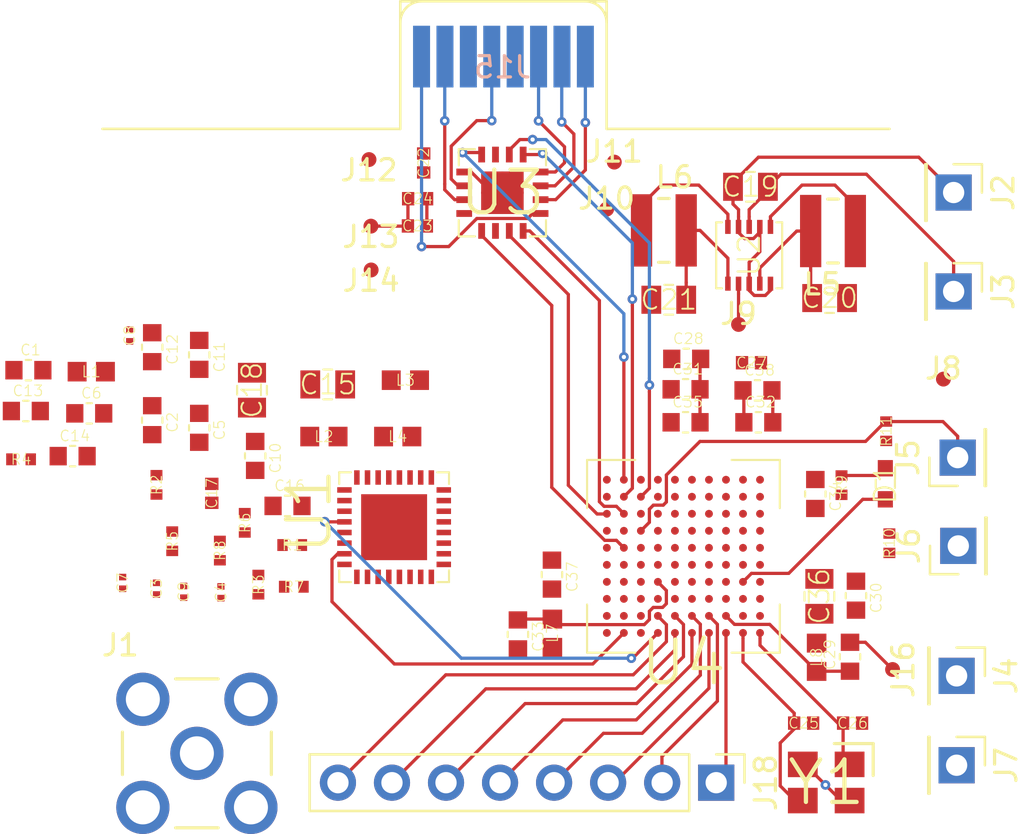
<source format=kicad_pcb>
(kicad_pcb (version 20171130) (host pcbnew "(5.1.0)-1")
  (layers (0 F.Cu signal) (1 In1.Cu signal) (2 In2.Cu signal) (3 In3.Cu signal) (4 In4.Cu signal) (31 B.Cu signal) (34 B.Paste user) (35 F.Paste user) (36 B.SilkS user) (37 F.SilkS user) (38 B.Mask user) (39 F.Mask user) (44 Edge.Cuts user))
  (net 0 "")
  (net 1 Earth)
  (net 2 "Net-(C1-Pad1)")
  (net 3 "Net-(C2-Pad1)")
  (net 4 +1V8)
  (net 5 +3V3)
  (net 6 "Net-(C11-Pad1)")
  (net 7 "Net-(C12-Pad1)")
  (net 8 "Net-(C16-Pad2)")
  (net 9 "Net-(C16-Pad1)")
  (net 10 "Net-(C17-Pad2)")
  (net 11 "Net-(C17-Pad1)")
  (net 12 "Net-(C18-Pad1)")
  (net 13 +BATT)
  (net 14 /OnBoardMCU/XOUT)
  (net 15 /OnBoardMCU/XIN)
  (net 16 /OnBoardMCU/VDDUTMIC)
  (net 17 /OnBoardMCU/VDDPLL)
  (net 18 +1V2)
  (net 19 "Net-(D1-Pad1)")
  (net 20 /OnBoardMCU/RED_LED)
  (net 21 /Connectors/SWDIO-Rec)
  (net 22 /Connectors/SWDCLK-Rec)
  (net 23 /SD_Input/DAT0)
  (net 24 /SD_Input/DAT1)
  (net 25 "Net-(J15-Pad5)")
  (net 26 "Net-(J15-Pad3)")
  (net 27 /SD_Input/DAT3)
  (net 28 /SD_Input/DAT2)
  (net 29 /OnBoardMCU/test8)
  (net 30 /OnBoardMCU/test7)
  (net 31 /OnBoardMCU/test6)
  (net 32 /OnBoardMCU/test5)
  (net 33 /OnBoardMCU/test4)
  (net 34 /OnBoardMCU/test3)
  (net 35 /OnBoardMCU/test2)
  (net 36 /OnBoardMCU/test1)
  (net 37 /OnBoardMCU/SDA)
  (net 38 /OnBoardMCU/SCL)
  (net 39 "Net-(L5-Pad1)")
  (net 40 "Net-(L6-Pad1)")
  (net 41 "Net-(R3-Pad2)")
  (net 42 "Net-(R6-Pad2)")
  (net 43 "Net-(U1-Pad32)")
  (net 44 "Net-(U1-Pad31)")
  (net 45 "Net-(U1-Pad30)")
  (net 46 "Net-(U1-Pad29)")
  (net 47 "Net-(U1-Pad27)")
  (net 48 "Net-(U1-Pad26)")
  (net 49 "Net-(U1-Pad24)")
  (net 50 /OnBoardMCU/SD_CMD)
  (net 51 /OnBoardMCU/SD_out3)
  (net 52 /OnBoardMCU/SD_out2)
  (net 53 /OnBoardMCU/SD_out1)
  (net 54 /OnBoardMCU/SD_out0)
  (net 55 "Net-(U1-Pad18)")
  (net 56 "Net-(U1-Pad17)")
  (net 57 "Net-(U1-Pad16)")
  (net 58 "Net-(U1-Pad15)")
  (net 59 /OnBoardMCU/SD_CLK)
  (net 60 /OnBoardMCU/FRAME_VALID)
  (net 61 /OnBoardMCU/LINE_VALID)
  (net 62 /SD_Input/SDCardCLKA)
  (net 63 /SD_Input/SDCardCMDA)
  (net 64 /OnBoardMCU/SD_in3)
  (net 65 /OnBoardMCU/SD_in2)
  (net 66 /OnBoardMCU/SD_in1)
  (net 67 /OnBoardMCU/SD_in0)
  (net 68 /OnBoardMCU/img_d6)
  (net 69 "Net-(U4-PadK7)")
  (net 70 "Net-(U4-PadK6)")
  (net 71 "Net-(U4-PadK5)")
  (net 72 "Net-(U4-PadK4)")
  (net 73 "Net-(U4-PadK3)")
  (net 74 "Net-(U4-PadK2)")
  (net 75 "Net-(U4-PadK1)")
  (net 76 "Net-(U4-PadJ10)")
  (net 77 "Net-(U4-PadJ7)")
  (net 78 "Net-(U4-PadJ6)")
  (net 79 "Net-(U4-PadJ5)")
  (net 80 "Net-(U4-PadJ4)")
  (net 81 /OnBoardMCU/CLK_OUT)
  (net 82 "Net-(U4-PadJ2)")
  (net 83 "Net-(U4-PadH5)")
  (net 84 "Net-(U4-PadH4)")
  (net 85 "Net-(U4-PadH3)")
  (net 86 "Net-(U4-PadH2)")
  (net 87 /OnBoardMCU/TRIGGER0)
  (net 88 /OnBoardMCU/NRESET)
  (net 89 "Net-(U4-PadG9)")
  (net 90 /OnBoardMCU/img_d7)
  (net 91 "Net-(U4-PadG4)")
  (net 92 "Net-(U4-PadG3)")
  (net 93 /OnBoardMCU/MONITOR0)
  (net 94 /OnBoardMCU/CLOCK)
  (net 95 "Net-(U4-PadF10)")
  (net 96 "Net-(U4-PadF8)")
  (net 97 "Net-(U4-PadF7)")
  (net 98 "Net-(U4-PadF2)")
  (net 99 "Net-(U4-PadF1)")
  (net 100 "Net-(U4-PadE10)")
  (net 101 "Net-(U4-PadE8)")
  (net 102 "Net-(U4-PadE3)")
  (net 103 /OnBoardMCU/RESET_N)
  (net 104 "Net-(U4-PadE1)")
  (net 105 "Net-(U4-PadD10)")
  (net 106 "Net-(U4-PadD9)")
  (net 107 /OnBoardMCU/LED_PWM)
  (net 108 "Net-(U4-PadD5)")
  (net 109 "Net-(U4-PadD1)")
  (net 110 "Net-(U4-PadC10)")
  (net 111 "Net-(U4-PadC9)")
  (net 112 /OnBoardMCU/IR_Receiver)
  (net 113 "Net-(U4-PadB10)")
  (net 114 "Net-(U4-PadB8)")
  (net 115 "Net-(U4-PadB2)")
  (net 116 "Net-(U4-PadB1)")
  (net 117 "Net-(U4-PadA10)")
  (module .Capacitor:C_0402_1005Metric_L (layer F.Cu) (at 132.96 80.93)
    (fp_text reference C25)
    (fp_text value GRM1555C1H120JA01D)
    (fp_text user %R (at 0 0) (layer F.SilkS) (effects (font (size 0.5 0.5) (thickness 0.05))))
    (pad 2 smd rect (at 0.445 0) (size 0.58 0.63) (layers F.Cu F.Paste F.Mask) (net 1 Earth))
    (pad 1 smd rect (at -0.445 0) (size 0.58 0.63) (layers F.Cu F.Paste F.Mask) (net 14 /OnBoardMCU/XOUT))
  )
  (module .Capacitor:C_0402_1005Metric_L (layer F.Cu) (at 135.26 80.93)
    (fp_text reference C26)
    (fp_text value GRM1555C1H120JA01D)
    (fp_text user %R (at 0 0) (layer F.SilkS) (effects (font (size 0.5 0.5) (thickness 0.05))))
    (pad 2 smd rect (at 0.445 0) (size 0.58 0.63) (layers F.Cu F.Paste F.Mask) (net 1 Earth))
    (pad 1 smd rect (at -0.445 0) (size 0.58 0.63) (layers F.Cu F.Paste F.Mask) (net 15 /OnBoardMCU/XIN))
  )
  (module .Oscillator:OSCCC320X250X100L80X100 (layer F.Cu) (at 134.02 83.72 180)
    (fp_text reference Y1)
    (fp_text value ABM8G-12.000MHZ-4Y-T3)
    (fp_text user %R (at 0 0 180) (layer F.SilkS) (effects (font (size 2 2) (thickness 0.2))))
    (pad 4 smd rect (at -1.1 -0.85 270) (size 1.2 1.4) (layers F.Cu F.Paste F.Mask) (net 1 Earth))
    (pad 3 smd rect (at 1.1 -0.85 270) (size 1.2 1.4) (layers F.Cu F.Paste F.Mask) (net 14 /OnBoardMCU/XOUT))
    (pad 2 smd rect (at 1.1 0.85 270) (size 1.2 1.4) (layers F.Cu F.Paste F.Mask) (net 1 Earth))
    (pad 1 smd rect (at -1.1 0.85 270) (size 1.2 1.4) (layers F.Cu F.Paste F.Mask) (net 15 /OnBoardMCU/XIN))
  )
  (module .Package_BGA:BGA_100_CP80_10X10_900X900X110B40L (layer F.Cu) (at 127.31 73.09 180)
    (fp_text reference U4)
    (fp_text value ATSAME70N21A-CN)
    (fp_text user %R (at 0 -5 180) (layer F.SilkS) (effects (font (size 2 2) (thickness 0.2))))
    (pad K10 smd circle (at 3.6 3.6 180) (size 0.37 0.37) (layers F.Cu F.Paste F.Mask) (net 68 /OnBoardMCU/img_d6))
    (pad K9 smd circle (at 2.8 3.6 180) (size 0.37 0.37) (layers F.Cu F.Paste F.Mask) (net 62 /SD_Input/SDCardCLKA))
    (pad K8 smd circle (at 2 3.6 180) (size 0.37 0.37) (layers F.Cu F.Paste F.Mask) (net 52 /OnBoardMCU/SD_out2))
    (pad K7 smd circle (at 1.2 3.6 180) (size 0.37 0.37) (layers F.Cu F.Paste F.Mask) (net 69 "Net-(U4-PadK7)"))
    (pad K6 smd circle (at 0.4 3.6 180) (size 0.37 0.37) (layers F.Cu F.Paste F.Mask) (net 70 "Net-(U4-PadK6)"))
    (pad K5 smd circle (at -0.4 3.6 180) (size 0.37 0.37) (layers F.Cu F.Paste F.Mask) (net 71 "Net-(U4-PadK5)"))
    (pad K4 smd circle (at -1.2 3.6 180) (size 0.37 0.37) (layers F.Cu F.Paste F.Mask) (net 72 "Net-(U4-PadK4)"))
    (pad K3 smd circle (at -2 3.6 180) (size 0.37 0.37) (layers F.Cu F.Paste F.Mask) (net 73 "Net-(U4-PadK3)"))
    (pad K2 smd circle (at -2.8 3.6 180) (size 0.37 0.37) (layers F.Cu F.Paste F.Mask) (net 74 "Net-(U4-PadK2)"))
    (pad K1 smd circle (at -3.6 3.6 180) (size 0.37 0.37) (layers F.Cu F.Paste F.Mask) (net 75 "Net-(U4-PadK1)"))
    (pad J10 smd circle (at 3.6 2.8 180) (size 0.37 0.37) (layers F.Cu F.Paste F.Mask) (net 76 "Net-(U4-PadJ10)"))
    (pad J9 smd circle (at 2.8 2.8 180) (size 0.37 0.37) (layers F.Cu F.Paste F.Mask) (net 64 /OnBoardMCU/SD_in3))
    (pad J8 smd circle (at 2 2.8 180) (size 0.37 0.37) (layers F.Cu F.Paste F.Mask) (net 63 /SD_Input/SDCardCMDA))
    (pad J7 smd circle (at 1.2 2.8 180) (size 0.37 0.37) (layers F.Cu F.Paste F.Mask) (net 77 "Net-(U4-PadJ7)"))
    (pad J6 smd circle (at 0.4 2.8 180) (size 0.37 0.37) (layers F.Cu F.Paste F.Mask) (net 78 "Net-(U4-PadJ6)"))
    (pad J5 smd circle (at -0.4 2.8 180) (size 0.37 0.37) (layers F.Cu F.Paste F.Mask) (net 79 "Net-(U4-PadJ5)"))
    (pad J4 smd circle (at -1.2 2.8 180) (size 0.37 0.37) (layers F.Cu F.Paste F.Mask) (net 80 "Net-(U4-PadJ4)"))
    (pad J3 smd circle (at -2 2.8 180) (size 0.37 0.37) (layers F.Cu F.Paste F.Mask) (net 81 /OnBoardMCU/CLK_OUT))
    (pad J2 smd circle (at -2.8 2.8 180) (size 0.37 0.37) (layers F.Cu F.Paste F.Mask) (net 82 "Net-(U4-PadJ2)"))
    (pad J1 smd circle (at -3.6 2.8 180) (size 0.37 0.37) (layers F.Cu F.Paste F.Mask) (net 61 /OnBoardMCU/LINE_VALID))
    (pad H10 smd circle (at 3.6 2 180) (size 0.37 0.37) (layers F.Cu F.Paste F.Mask) (net 66 /OnBoardMCU/SD_in1))
    (pad H9 smd circle (at 2.8 2 180) (size 0.37 0.37) (layers F.Cu F.Paste F.Mask) (net 65 /OnBoardMCU/SD_in2))
    (pad H8 smd circle (at 2 2 180) (size 0.37 0.37) (layers F.Cu F.Paste F.Mask) (net 51 /OnBoardMCU/SD_out3))
    (pad H7 smd circle (at 1.2 2 180) (size 0.37 0.37) (layers F.Cu F.Paste F.Mask) (net 59 /OnBoardMCU/SD_CLK))
    (pad H6 smd circle (at 0.4 2 180) (size 0.37 0.37) (layers F.Cu F.Paste F.Mask) (net 60 /OnBoardMCU/FRAME_VALID))
    (pad H5 smd circle (at -0.4 2 180) (size 0.37 0.37) (layers F.Cu F.Paste F.Mask) (net 83 "Net-(U4-PadH5)"))
    (pad H4 smd circle (at -1.2 2 180) (size 0.37 0.37) (layers F.Cu F.Paste F.Mask) (net 84 "Net-(U4-PadH4)"))
    (pad H3 smd circle (at -2 2 180) (size 0.37 0.37) (layers F.Cu F.Paste F.Mask) (net 85 "Net-(U4-PadH3)"))
    (pad H2 smd circle (at -2.8 2 180) (size 0.37 0.37) (layers F.Cu F.Paste F.Mask) (net 86 "Net-(U4-PadH2)"))
    (pad H1 smd circle (at -3.6 2 180) (size 0.37 0.37) (layers F.Cu F.Paste F.Mask) (net 87 /OnBoardMCU/TRIGGER0))
    (pad G10 smd circle (at 3.6 1.2 180) (size 0.37 0.37) (layers F.Cu F.Paste F.Mask) (net 88 /OnBoardMCU/NRESET))
    (pad G9 smd circle (at 2.8 1.2 180) (size 0.37 0.37) (layers F.Cu F.Paste F.Mask) (net 89 "Net-(U4-PadG9)"))
    (pad G8 smd circle (at 2 1.2 180) (size 0.37 0.37) (layers F.Cu F.Paste F.Mask) (net 21 /Connectors/SWDIO-Rec))
    (pad G7 smd circle (at 1.2 1.2 180) (size 0.37 0.37) (layers F.Cu F.Paste F.Mask) (net 4 +1V8))
    (pad G6 smd circle (at 0.4 1.2 180) (size 0.37 0.37) (layers F.Cu F.Paste F.Mask) (net 18 +1V2))
    (pad G5 smd circle (at -0.4 1.2 180) (size 0.37 0.37) (layers F.Cu F.Paste F.Mask) (net 90 /OnBoardMCU/img_d7))
    (pad G4 smd circle (at -1.2 1.2 180) (size 0.37 0.37) (layers F.Cu F.Paste F.Mask) (net 91 "Net-(U4-PadG4)"))
    (pad G3 smd circle (at -2 1.2 180) (size 0.37 0.37) (layers F.Cu F.Paste F.Mask) (net 92 "Net-(U4-PadG3)"))
    (pad G2 smd circle (at -2.8 1.2 180) (size 0.37 0.37) (layers F.Cu F.Paste F.Mask) (net 93 /OnBoardMCU/MONITOR0))
    (pad G1 smd circle (at -3.6 1.2 180) (size 0.37 0.37) (layers F.Cu F.Paste F.Mask) (net 94 /OnBoardMCU/CLOCK))
    (pad F10 smd circle (at 3.6 0.4 180) (size 0.37 0.37) (layers F.Cu F.Paste F.Mask) (net 95 "Net-(U4-PadF10)"))
    (pad F9 smd circle (at 2.8 0.4 180) (size 0.37 0.37) (layers F.Cu F.Paste F.Mask) (net 67 /OnBoardMCU/SD_in0))
    (pad F8 smd circle (at 2 0.4 180) (size 0.37 0.37) (layers F.Cu F.Paste F.Mask) (net 96 "Net-(U4-PadF8)"))
    (pad F7 smd circle (at 1.2 0.4 180) (size 0.37 0.37) (layers F.Cu F.Paste F.Mask) (net 97 "Net-(U4-PadF7)"))
    (pad F6 smd circle (at 0.4 0.4 180) (size 0.37 0.37) (layers F.Cu F.Paste F.Mask) (net 1 Earth))
    (pad F5 smd circle (at -0.4 0.4 180) (size 0.37 0.37) (layers F.Cu F.Paste F.Mask) (net 1 Earth))
    (pad F4 smd circle (at -1.2 0.4 180) (size 0.37 0.37) (layers F.Cu F.Paste F.Mask) (net 1 Earth))
    (pad F3 smd circle (at -2 0.4 180) (size 0.37 0.37) (layers F.Cu F.Paste F.Mask) (net 4 +1V8))
    (pad F2 smd circle (at -2.8 0.4 180) (size 0.37 0.37) (layers F.Cu F.Paste F.Mask) (net 98 "Net-(U4-PadF2)"))
    (pad F1 smd circle (at -3.6 0.4 180) (size 0.37 0.37) (layers F.Cu F.Paste F.Mask) (net 99 "Net-(U4-PadF1)"))
    (pad E10 smd circle (at 3.6 -0.4 180) (size 0.37 0.37) (layers F.Cu F.Paste F.Mask) (net 100 "Net-(U4-PadE10)"))
    (pad E9 smd circle (at 2.8 -0.4 180) (size 0.37 0.37) (layers F.Cu F.Paste F.Mask) (net 22 /Connectors/SWDCLK-Rec))
    (pad E8 smd circle (at 2 -0.4 180) (size 0.37 0.37) (layers F.Cu F.Paste F.Mask) (net 101 "Net-(U4-PadE8)"))
    (pad E7 smd circle (at 1.2 -0.4 180) (size 0.37 0.37) (layers F.Cu F.Paste F.Mask) (net 1 Earth))
    (pad E6 smd circle (at 0.4 -0.4 180) (size 0.37 0.37) (layers F.Cu F.Paste F.Mask) (net 4 +1V8))
    (pad E5 smd circle (at -0.4 -0.4 180) (size 0.37 0.37) (layers F.Cu F.Paste F.Mask) (net 4 +1V8))
    (pad E4 smd circle (at -1.2 -0.4 180) (size 0.37 0.37) (layers F.Cu F.Paste F.Mask) (net 1 Earth))
    (pad E3 smd circle (at -2 -0.4 180) (size 0.37 0.37) (layers F.Cu F.Paste F.Mask) (net 102 "Net-(U4-PadE3)"))
    (pad E2 smd circle (at -2.8 -0.4 180) (size 0.37 0.37) (layers F.Cu F.Paste F.Mask) (net 103 /OnBoardMCU/RESET_N))
    (pad E1 smd circle (at -3.6 -0.4 180) (size 0.37 0.37) (layers F.Cu F.Paste F.Mask) (net 104 "Net-(U4-PadE1)"))
    (pad D10 smd circle (at 3.6 -1.2 180) (size 0.37 0.37) (layers F.Cu F.Paste F.Mask) (net 105 "Net-(U4-PadD10)"))
    (pad D9 smd circle (at 2.8 -1.2 180) (size 0.37 0.37) (layers F.Cu F.Paste F.Mask) (net 106 "Net-(U4-PadD9)"))
    (pad D8 smd circle (at 2 -1.2 180) (size 0.37 0.37) (layers F.Cu F.Paste F.Mask) (net 107 /OnBoardMCU/LED_PWM))
    (pad D7 smd circle (at 1.2 -1.2 180) (size 0.37 0.37) (layers F.Cu F.Paste F.Mask) (net 17 /OnBoardMCU/VDDPLL))
    (pad D6 smd circle (at 0.4 -1.2 180) (size 0.37 0.37) (layers F.Cu F.Paste F.Mask) (net 18 +1V2))
    (pad D5 smd circle (at -0.4 -1.2 180) (size 0.37 0.37) (layers F.Cu F.Paste F.Mask) (net 108 "Net-(U4-PadD5)"))
    (pad D4 smd circle (at -1.2 -1.2 180) (size 0.37 0.37) (layers F.Cu F.Paste F.Mask) (net 1 Earth))
    (pad D3 smd circle (at -2 -1.2 180) (size 0.37 0.37) (layers F.Cu F.Paste F.Mask) (net 1 Earth))
    (pad D2 smd circle (at -2.8 -1.2 180) (size 0.37 0.37) (layers F.Cu F.Paste F.Mask) (net 20 /OnBoardMCU/RED_LED))
    (pad D1 smd circle (at -3.6 -1.2 180) (size 0.37 0.37) (layers F.Cu F.Paste F.Mask) (net 109 "Net-(U4-PadD1)"))
    (pad C10 smd circle (at 3.6 -2 180) (size 0.37 0.37) (layers F.Cu F.Paste F.Mask) (net 110 "Net-(U4-PadC10)"))
    (pad C9 smd circle (at 2.8 -2 180) (size 0.37 0.37) (layers F.Cu F.Paste F.Mask) (net 111 "Net-(U4-PadC9)"))
    (pad C8 smd circle (at 2 -2 180) (size 0.37 0.37) (layers F.Cu F.Paste F.Mask) (net 38 /OnBoardMCU/SCL))
    (pad C7 smd circle (at 1.2 -2 180) (size 0.37 0.37) (layers F.Cu F.Paste F.Mask) (net 54 /OnBoardMCU/SD_out0))
    (pad C6 smd circle (at 0.4 -2 180) (size 0.37 0.37) (layers F.Cu F.Paste F.Mask) (net 18 +1V2))
    (pad C5 smd circle (at -0.4 -2 180) (size 0.37 0.37) (layers F.Cu F.Paste F.Mask) (net 4 +1V8))
    (pad C4 smd circle (at -1.2 -2 180) (size 0.37 0.37) (layers F.Cu F.Paste F.Mask) (net 1 Earth))
    (pad C3 smd circle (at -2 -2 180) (size 0.37 0.37) (layers F.Cu F.Paste F.Mask) (net 18 +1V2))
    (pad C2 smd circle (at -2.8 -2 180) (size 0.37 0.37) (layers F.Cu F.Paste F.Mask) (net 4 +1V8))
    (pad C1 smd circle (at -3.6 -2 180) (size 0.37 0.37) (layers F.Cu F.Paste F.Mask) (net 112 /OnBoardMCU/IR_Receiver))
    (pad B10 smd circle (at 3.6 -2.8 180) (size 0.37 0.37) (layers F.Cu F.Paste F.Mask) (net 113 "Net-(U4-PadB10)"))
    (pad B9 smd circle (at 2.8 -2.8 180) (size 0.37 0.37) (layers F.Cu F.Paste F.Mask) (net 37 /OnBoardMCU/SDA))
    (pad B8 smd circle (at 2 -2.8 180) (size 0.37 0.37) (layers F.Cu F.Paste F.Mask) (net 114 "Net-(U4-PadB8)"))
    (pad B7 smd circle (at 1.2 -2.8 180) (size 0.37 0.37) (layers F.Cu F.Paste F.Mask) (net 29 /OnBoardMCU/test8))
    (pad B6 smd circle (at 0.4 -2.8 180) (size 0.37 0.37) (layers F.Cu F.Paste F.Mask) (net 31 /OnBoardMCU/test6))
    (pad B5 smd circle (at -0.4 -2.8 180) (size 0.37 0.37) (layers F.Cu F.Paste F.Mask) (net 33 /OnBoardMCU/test4))
    (pad B4 smd circle (at -1.2 -2.8 180) (size 0.37 0.37) (layers F.Cu F.Paste F.Mask) (net 35 /OnBoardMCU/test2))
    (pad B3 smd circle (at -2 -2.8 180) (size 0.37 0.37) (layers F.Cu F.Paste F.Mask) (net 16 /OnBoardMCU/VDDUTMIC))
    (pad B2 smd circle (at -2.8 -2.8 180) (size 0.37 0.37) (layers F.Cu F.Paste F.Mask) (net 115 "Net-(U4-PadB2)"))
    (pad B1 smd circle (at -3.6 -2.8 180) (size 0.37 0.37) (layers F.Cu F.Paste F.Mask) (net 116 "Net-(U4-PadB1)"))
    (pad A10 smd circle (at 3.6 -3.6 180) (size 0.37 0.37) (layers F.Cu F.Paste F.Mask) (net 117 "Net-(U4-PadA10)"))
    (pad A9 smd circle (at 2.8 -3.6 180) (size 0.37 0.37) (layers F.Cu F.Paste F.Mask) (net 50 /OnBoardMCU/SD_CMD))
    (pad A8 smd circle (at 2 -3.6 180) (size 0.37 0.37) (layers F.Cu F.Paste F.Mask) (net 1 Earth))
    (pad A7 smd circle (at 1.2 -3.6 180) (size 0.37 0.37) (layers F.Cu F.Paste F.Mask) (net 53 /OnBoardMCU/SD_out1))
    (pad A6 smd circle (at 0.4 -3.6 180) (size 0.37 0.37) (layers F.Cu F.Paste F.Mask) (net 30 /OnBoardMCU/test7))
    (pad A5 smd circle (at -0.4 -3.6 180) (size 0.37 0.37) (layers F.Cu F.Paste F.Mask) (net 32 /OnBoardMCU/test5))
    (pad A4 smd circle (at -1.2 -3.6 180) (size 0.37 0.37) (layers F.Cu F.Paste F.Mask) (net 34 /OnBoardMCU/test3))
    (pad A3 smd circle (at -2 -3.6 180) (size 0.37 0.37) (layers F.Cu F.Paste F.Mask) (net 36 /OnBoardMCU/test1))
    (pad A2 smd circle (at -2.8 -3.6 180) (size 0.37 0.37) (layers F.Cu F.Paste F.Mask) (net 14 /OnBoardMCU/XOUT))
    (pad A1 smd circle (at -3.6 -3.6 180) (size 0.37 0.37) (layers F.Cu F.Paste F.Mask) (net 15 /OnBoardMCU/XIN))
  )
  (module .Resistor:R_0402_1005Metric_ERJ_L (layer F.Cu) (at 136.99 72.475 270)
    (fp_text reference R10)
    (fp_text value 100k)
    (fp_text user %R (at 0 0 270) (layer F.SilkS) (effects (font (size 0.5 0.5) (thickness 0.05))))
    (pad 2 smd rect (at 0.455 0 270) (size 0.49 0.56) (layers F.Cu F.Paste F.Mask) (net 22 /Connectors/SWDCLK-Rec))
    (pad 1 smd rect (at -0.455 0 270) (size 0.49 0.56) (layers F.Cu F.Paste F.Mask) (net 4 +1V8))
  )
  (module .Resistor:R_0402_1005Metric_ERJ_L (layer F.Cu) (at 134.74 69.745 270)
    (fp_text reference R9)
    (fp_text value 499)
    (fp_text user %R (at 0 0 270) (layer F.SilkS) (effects (font (size 0.5 0.5) (thickness 0.05))))
    (pad 1 smd rect (at -0.455 0 270) (size 0.49 0.56) (layers F.Cu F.Paste F.Mask) (net 19 "Net-(D1-Pad1)"))
    (pad 2 smd rect (at 0.455 0 270) (size 0.49 0.56) (layers F.Cu F.Paste F.Mask) (net 1 Earth))
  )
  (module .Capacitor:C_0805_2012Metric_L (layer F.Cu) (at 133.7 74.97 270)
    (fp_text reference C36)
    (fp_text value GCM21BR71E105KA56L)
    (fp_text user %R (at 0 0 270) (layer F.SilkS) (effects (font (size 0.92 0.92) (thickness 0.09))))
    (pad 2 smd rect (at 0.82 0 270) (size 0.93 1.32) (layers F.Cu F.Paste F.Mask) (net 1 Earth))
    (pad 1 smd rect (at -0.82 0 270) (size 0.93 1.32) (layers F.Cu F.Paste F.Mask) (net 18 +1V2))
  )
  (module .Inductor:L_0603_1608Metric_L (layer F.Cu) (at 133.57 77.835 90)
    (fp_text reference L8)
    (fp_text value BLM18PG471SN1D)
    (fp_text user %R (at 0 0 90) (layer F.SilkS) (effects (font (size 0.52 0.52) (thickness 0.05))))
    (pad 2 smd rect (at 0.665 0 90) (size 0.89 0.92) (layers F.Cu F.Paste F.Mask) (net 18 +1V2))
    (pad 1 smd rect (at -0.665 0 90) (size 0.89 0.92) (layers F.Cu F.Paste F.Mask) (net 16 /OnBoardMCU/VDDUTMIC))
  )
  (module .Connector:Conn_1x1_700_Circular_Pad (layer F.Cu) (at 112.62 57.57)
    (fp_text reference J13 (at 0 0.5) (layer F.SilkS))
    (fp_text value Conn_01x01)
    (pad 1 smd circle (at 0 0) (size 0.7 0.7) (layers F.Cu F.Paste F.Mask) (net 5 +3V3))
  )
  (module .Package_QFN:QFN_17_P65_400X400X80L50X30T210L (layer F.Cu) (at 118.8 56)
    (fp_text reference U3)
    (fp_text value MAX13030EETE+)
    (fp_text user %R (at 0 0 180) (layer F.SilkS) (effects (font (size 2 2) (thickness 0.2))))
    (pad 17 smd rect (at -0.475 -0.475) (size 1.05 1.05) (layers F.Cu F.Paste F.Mask) (net 1 Earth))
    (pad 17 smd rect (at -0.475 0.475) (size 1.05 1.05) (layers F.Cu F.Paste F.Mask) (net 1 Earth))
    (pad 17 smd rect (at 0.475 -0.475) (size 1.05 1.05) (layers F.Cu F.Paste F.Mask) (net 1 Earth))
    (pad 17 smd rect (at 0.475 0.475) (size 1.05 1.05) (layers F.Cu F.Paste F.Mask) (net 1 Earth))
    (pad 16 smd rect (at -1.795 0.975) (size 0.74 0.32) (layers F.Cu F.Paste F.Mask) (net 5 +3V3))
    (pad 15 smd rect (at -1.795 0.325) (size 0.74 0.32) (layers F.Cu F.Paste F.Mask) (net 23 /SD_Input/DAT0))
    (pad 14 smd rect (at -1.795 -0.325) (size 0.74 0.32) (layers F.Cu F.Paste F.Mask) (net 25 "Net-(J15-Pad5)"))
    (pad 13 smd rect (at -1.795 -0.975) (size 0.74 0.32) (layers F.Cu F.Paste F.Mask) (net 1 Earth))
    (pad 12 smd rect (at -0.975 -1.795 90) (size 0.74 0.32) (layers F.Cu F.Paste F.Mask) (net 62 /SD_Input/SDCardCLKA))
    (pad 11 smd rect (at -0.325 -1.795 90) (size 0.74 0.32) (layers F.Cu F.Paste F.Mask) (net 4 +1V8))
    (pad 10 smd rect (at 0.325 -1.795 90) (size 0.74 0.32) (layers F.Cu F.Paste F.Mask) (net 63 /SD_Input/SDCardCMDA))
    (pad 9 smd rect (at 0.975 -1.795 90) (size 0.74 0.32) (layers F.Cu F.Paste F.Mask) (net 64 /OnBoardMCU/SD_in3))
    (pad 8 smd rect (at 1.795 -0.975) (size 0.74 0.32) (layers F.Cu F.Paste F.Mask) (net 26 "Net-(J15-Pad3)"))
    (pad 7 smd rect (at 1.795 -0.325) (size 0.74 0.32) (layers F.Cu F.Paste F.Mask) (net 27 /SD_Input/DAT3))
    (pad 6 smd rect (at 1.795 0.325) (size 0.74 0.32) (layers F.Cu F.Paste F.Mask) (net 28 /SD_Input/DAT2))
    (pad 5 smd rect (at 1.795 0.975) (size 0.74 0.32) (layers F.Cu F.Paste F.Mask) (net 24 /SD_Input/DAT1))
    (pad 4 smd rect (at 0.975 1.795 90) (size 0.74 0.32) (layers F.Cu F.Paste F.Mask) (net 65 /OnBoardMCU/SD_in2))
    (pad 3 smd rect (at 0.325 1.795 90) (size 0.74 0.32) (layers F.Cu F.Paste F.Mask) (net 66 /OnBoardMCU/SD_in1))
    (pad 2 smd rect (at -0.325 1.795 90) (size 0.74 0.32) (layers F.Cu F.Paste F.Mask) (net 4 +1V8))
    (pad 1 smd rect (at -0.975 1.795 90) (size 0.74 0.32) (layers F.Cu F.Paste F.Mask) (net 67 /OnBoardMCU/SD_in0))
  )
  (module .Package_SON:SON_10_P50_300X300X100L40X24L (layer F.Cu) (at 130.4 58.94)
    (fp_text reference U2 (at 0 0 270) (layer F.SilkS) (effects (font (thickness 0.1))))
    (fp_text value TPS62402-Q1)
    (pad 10 smd rect (at -1 -1.335 90) (size 0.66 0.26) (layers F.Cu F.Paste F.Mask) (net 40 "Net-(L6-Pad1)"))
    (pad 9 smd rect (at -0.5 -1.335 90) (size 0.66 0.26) (layers F.Cu F.Paste F.Mask) (net 13 +BATT))
    (pad 8 smd rect (at 0 -1.335 90) (size 0.66 0.26) (layers F.Cu F.Paste F.Mask) (net 1 Earth))
    (pad 7 smd rect (at 0.5 -1.335 90) (size 0.66 0.26) (layers F.Cu F.Paste F.Mask) (net 13 +BATT))
    (pad 6 smd rect (at 1 -1.335 90) (size 0.66 0.26) (layers F.Cu F.Paste F.Mask) (net 39 "Net-(L5-Pad1)"))
    (pad 5 smd rect (at 1 1.335 90) (size 0.66 0.26) (layers F.Cu F.Paste F.Mask) (net 13 +BATT))
    (pad 4 smd rect (at 0.5 1.335 90) (size 0.66 0.26) (layers F.Cu F.Paste F.Mask) (net 4 +1V8))
    (pad 3 smd rect (at 0 1.335 90) (size 0.66 0.26) (layers F.Cu F.Paste F.Mask) (net 13 +BATT))
    (pad 2 smd rect (at -0.5 1.335 90) (size 0.66 0.26) (layers F.Cu F.Paste F.Mask) (net 1 Earth))
    (pad 1 smd rect (at -1 1.335 90) (size 0.66 0.26) (layers F.Cu F.Paste F.Mask) (net 5 +3V3))
  )
  (module .Package_QFN:QFN_33_P50_500X500X80L40X24T310L (layer F.Cu) (at 113.71 71.72 90)
    (fp_text reference U1)
    (fp_text value DS90UB933-Q1)
    (fp_text user %R (at 0.75 -4 90) (layer F.SilkS) (effects (font (size 2 2) (thickness 0.2))))
    (pad 33 smd rect (at 0 0 90) (size 3.1 3.1) (layers F.Cu F.Paste F.Mask) (net 1 Earth))
    (pad 32 smd rect (at -2.335 1.75 90) (size 0.68 0.26) (layers F.Cu F.Paste F.Mask) (net 43 "Net-(U1-Pad32)"))
    (pad 31 smd rect (at -2.335 1.25 90) (size 0.68 0.26) (layers F.Cu F.Paste F.Mask) (net 44 "Net-(U1-Pad31)"))
    (pad 30 smd rect (at -2.335 0.75 90) (size 0.68 0.26) (layers F.Cu F.Paste F.Mask) (net 45 "Net-(U1-Pad30)"))
    (pad 29 smd rect (at -2.335 0.25 90) (size 0.68 0.26) (layers F.Cu F.Paste F.Mask) (net 46 "Net-(U1-Pad29)"))
    (pad 28 smd rect (at -2.335 -0.25 90) (size 0.68 0.26) (layers F.Cu F.Paste F.Mask) (net 4 +1V8))
    (pad 27 smd rect (at -2.335 -0.75 90) (size 0.68 0.26) (layers F.Cu F.Paste F.Mask) (net 47 "Net-(U1-Pad27)"))
    (pad 26 smd rect (at -2.335 -1.25 90) (size 0.68 0.26) (layers F.Cu F.Paste F.Mask) (net 48 "Net-(U1-Pad26)"))
    (pad 25 smd rect (at -2.335 -1.75 90) (size 0.68 0.26) (layers F.Cu F.Paste F.Mask) (net 5 +3V3))
    (pad 24 smd rect (at -1.75 -2.335 180) (size 0.68 0.26) (layers F.Cu F.Paste F.Mask) (net 49 "Net-(U1-Pad24)"))
    (pad 23 smd rect (at -1.25 -2.335 180) (size 0.68 0.26) (layers F.Cu F.Paste F.Mask) (net 50 /OnBoardMCU/SD_CMD))
    (pad 22 smd rect (at -0.75 -2.335 180) (size 0.68 0.26) (layers F.Cu F.Paste F.Mask) (net 51 /OnBoardMCU/SD_out3))
    (pad 21 smd rect (at -0.25 -2.335 180) (size 0.68 0.26) (layers F.Cu F.Paste F.Mask) (net 52 /OnBoardMCU/SD_out2))
    (pad 20 smd rect (at 0.25 -2.335 180) (size 0.68 0.26) (layers F.Cu F.Paste F.Mask) (net 53 /OnBoardMCU/SD_out1))
    (pad 19 smd rect (at 0.75 -2.335 180) (size 0.68 0.26) (layers F.Cu F.Paste F.Mask) (net 54 /OnBoardMCU/SD_out0))
    (pad 18 smd rect (at 1.25 -2.335 180) (size 0.68 0.26) (layers F.Cu F.Paste F.Mask) (net 55 "Net-(U1-Pad18)"))
    (pad 17 smd rect (at 1.75 -2.335 180) (size 0.68 0.26) (layers F.Cu F.Paste F.Mask) (net 56 "Net-(U1-Pad17)"))
    (pad 16 smd rect (at 2.335 -1.75 90) (size 0.68 0.26) (layers F.Cu F.Paste F.Mask) (net 57 "Net-(U1-Pad16)"))
    (pad 15 smd rect (at 2.335 -1.25 90) (size 0.68 0.26) (layers F.Cu F.Paste F.Mask) (net 58 "Net-(U1-Pad15)"))
    (pad 14 smd rect (at 2.335 -0.75 90) (size 0.68 0.26) (layers F.Cu F.Paste F.Mask) (net 7 "Net-(C12-Pad1)"))
    (pad 13 smd rect (at 2.335 -0.25 90) (size 0.68 0.26) (layers F.Cu F.Paste F.Mask) (net 8 "Net-(C16-Pad2)"))
    (pad 12 smd rect (at 2.335 0.25 90) (size 0.68 0.26) (layers F.Cu F.Paste F.Mask) (net 10 "Net-(C17-Pad2)"))
    (pad 11 smd rect (at 2.335 0.75 90) (size 0.68 0.26) (layers F.Cu F.Paste F.Mask) (net 6 "Net-(C11-Pad1)"))
    (pad 10 smd rect (at 2.335 1.25 90) (size 0.68 0.26) (layers F.Cu F.Paste F.Mask) (net 4 +1V8))
    (pad 9 smd rect (at 2.335 1.75 90) (size 0.68 0.26) (layers F.Cu F.Paste F.Mask) (net 12 "Net-(C18-Pad1)"))
    (pad 8 smd rect (at 1.75 2.335 180) (size 0.68 0.26) (layers F.Cu F.Paste F.Mask) (net 41 "Net-(R3-Pad2)"))
    (pad 7 smd rect (at 1.25 2.335 180) (size 0.68 0.26) (layers F.Cu F.Paste F.Mask) (net 1 Earth))
    (pad 6 smd rect (at 0.75 2.335 180) (size 0.68 0.26) (layers F.Cu F.Paste F.Mask) (net 42 "Net-(R6-Pad2)"))
    (pad 5 smd rect (at 0.25 2.335 180) (size 0.68 0.26) (layers F.Cu F.Paste F.Mask) (net 2 "Net-(C1-Pad1)"))
    (pad 4 smd rect (at -0.25 2.335 180) (size 0.68 0.26) (layers F.Cu F.Paste F.Mask) (net 3 "Net-(C2-Pad1)"))
    (pad 3 smd rect (at -0.75 2.335 180) (size 0.68 0.26) (layers F.Cu F.Paste F.Mask) (net 59 /OnBoardMCU/SD_CLK))
    (pad 2 smd rect (at -1.25 2.335 180) (size 0.68 0.26) (layers F.Cu F.Paste F.Mask) (net 60 /OnBoardMCU/FRAME_VALID))
    (pad 1 smd rect (at -1.75 2.335 180) (size 0.68 0.26) (layers F.Cu F.Paste F.Mask) (net 61 /OnBoardMCU/LINE_VALID))
  )
  (module .Resistor:R_0402_1005Metric_ERJ_L (layer F.Cu) (at 136.84 67.21 90)
    (fp_text reference R11)
    (fp_text value 100k)
    (fp_text user %R (at 0 0 90) (layer F.SilkS) (effects (font (size 0.5 0.5) (thickness 0.05))))
    (pad 2 smd rect (at 0.455 0 90) (size 0.49 0.56) (layers F.Cu F.Paste F.Mask) (net 21 /Connectors/SWDIO-Rec))
    (pad 1 smd rect (at -0.455 0 90) (size 0.49 0.56) (layers F.Cu F.Paste F.Mask) (net 4 +1V8))
  )
  (module .Resistor:R_0402_1005Metric_ERJ_L (layer F.Cu) (at 105.52 72.82 270)
    (fp_text reference R8)
    (fp_text value 10k)
    (fp_text user %R (at 0 0 270) (layer F.SilkS) (effects (font (size 0.5 0.5) (thickness 0.05))))
    (pad 2 smd rect (at 0.455 0 270) (size 0.49 0.56) (layers F.Cu F.Paste F.Mask) (net 12 "Net-(C18-Pad1)"))
    (pad 1 smd rect (at -0.455 0 270) (size 0.49 0.56) (layers F.Cu F.Paste F.Mask) (net 5 +3V3))
  )
  (module .Resistor:R_0402_1005Metric_ERJ_L (layer F.Cu) (at 108.995 74.52)
    (fp_text reference R7)
    (fp_text value 0)
    (fp_text user %R (at 0 0) (layer F.SilkS) (effects (font (size 0.5 0.5) (thickness 0.05))))
    (pad 2 smd rect (at 0.455 0) (size 0.49 0.56) (layers F.Cu F.Paste F.Mask) (net 1 Earth))
    (pad 1 smd rect (at -0.455 0) (size 0.49 0.56) (layers F.Cu F.Paste F.Mask) (net 42 "Net-(R6-Pad2)"))
  )
  (module .Resistor:R_0402_1005Metric_ERJ_L (layer F.Cu) (at 106.69 71.515 270)
    (fp_text reference R6)
    (fp_text value open)
    (fp_text user %R (at 0 0 270) (layer F.SilkS) (effects (font (size 0.5 0.5) (thickness 0.05))))
    (pad 2 smd rect (at 0.455 0 270) (size 0.49 0.56) (layers F.Cu F.Paste F.Mask) (net 42 "Net-(R6-Pad2)"))
    (pad 1 smd rect (at -0.455 0 270) (size 0.49 0.56) (layers F.Cu F.Paste F.Mask) (net 4 +1V8))
  )
  (module .Resistor:R_0402_1005Metric_ERJ_L (layer F.Cu) (at 103.28 72.38 270)
    (fp_text reference R5)
    (fp_text value 50)
    (fp_text user %R (at 0 0 270) (layer F.SilkS) (effects (font (size 0.5 0.5) (thickness 0.05))))
    (pad 2 smd rect (at 0.455 0 270) (size 0.49 0.56) (layers F.Cu F.Paste F.Mask) (net 1 Earth))
    (pad 1 smd rect (at -0.455 0 270) (size 0.49 0.56) (layers F.Cu F.Paste F.Mask) (net 11 "Net-(C17-Pad1)"))
  )
  (module .Resistor:R_0402_1005Metric_ERJ_L (layer F.Cu) (at 96.175 68.53)
    (fp_text reference R4)
    (fp_text value "50 or 4.7")
    (fp_text user %R (at 0 0) (layer F.SilkS) (effects (font (size 0.5 0.5) (thickness 0.05))))
    (pad 2 smd rect (at 0.455 0) (size 0.49 0.56) (layers F.Cu F.Paste F.Mask) (net 1 Earth))
    (pad 1 smd rect (at -0.455 0) (size 0.49 0.56) (layers F.Cu F.Paste F.Mask) (net 41 "Net-(R3-Pad2)"))
  )
  (module .Resistor:R_0402_1005Metric_ERJ_L (layer F.Cu) (at 107.33 74.42 270)
    (fp_text reference R3)
    (fp_text value 10)
    (fp_text user %R (at 0 0 270) (layer F.SilkS) (effects (font (size 0.5 0.5) (thickness 0.05))))
    (pad 2 smd rect (at 0.455 0 270) (size 0.49 0.56) (layers F.Cu F.Paste F.Mask) (net 41 "Net-(R3-Pad2)"))
    (pad 1 smd rect (at -0.455 0 270) (size 0.49 0.56) (layers F.Cu F.Paste F.Mask) (net 4 +1V8))
  )
  (module .Resistor:R_0402_1005Metric_ERJ_L (layer F.Cu) (at 102.54 69.73 270)
    (fp_text reference R2)
    (fp_text value 4.7k)
    (fp_text user %R (at 0 0 270) (layer F.SilkS) (effects (font (size 0.5 0.5) (thickness 0.05))))
    (pad 2 smd rect (at 0.455 0 270) (size 0.49 0.56) (layers F.Cu F.Paste F.Mask) (net 3 "Net-(C2-Pad1)"))
    (pad 1 smd rect (at -0.455 0 270) (size 0.49 0.56) (layers F.Cu F.Paste F.Mask) (net 4 +1V8))
  )
  (module .Resistor:R_0402_1005Metric_ERJ_L (layer F.Cu) (at 108.92 72.56)
    (fp_text reference R1)
    (fp_text value 4.7k)
    (fp_text user %R (at 0 0) (layer F.SilkS) (effects (font (size 0.5 0.5) (thickness 0.05))))
    (pad 2 smd rect (at 0.455 0) (size 0.49 0.56) (layers F.Cu F.Paste F.Mask) (net 2 "Net-(C1-Pad1)"))
    (pad 1 smd rect (at -0.455 0) (size 0.49 0.56) (layers F.Cu F.Paste F.Mask) (net 4 +1V8))
  )
  (module .Inductor:L_0603_1608Metric_L (layer F.Cu) (at 121.15 76.705 90)
    (fp_text reference L7)
    (fp_text value BLM18PG471SN1D)
    (fp_text user %R (at 0 0 90) (layer F.SilkS) (effects (font (size 0.52 0.52) (thickness 0.05))))
    (pad 2 smd rect (at 0.665 0 90) (size 0.89 0.92) (layers F.Cu F.Paste F.Mask) (net 17 /OnBoardMCU/VDDPLL))
    (pad 1 smd rect (at -0.665 0 90) (size 0.89 0.92) (layers F.Cu F.Paste F.Mask) (net 18 +1V2))
  )
  (module .Inductor:VLS3012HBX-2R2M (layer F.Cu) (at 126.39 57.77)
    (fp_text reference L6 (at 0.5 -2.5) (layer F.SilkS))
    (fp_text value VLS3012HBX-2R2M)
    (pad 2 smd rect (at 1.05 0) (size 1 3.4) (layers F.Cu F.Paste F.Mask) (net 5 +3V3))
    (pad 1 smd rect (at -1.05 0) (size 1 3.4) (layers F.Cu F.Paste F.Mask) (net 40 "Net-(L6-Pad1)"))
  )
  (module .Inductor:VLS3012HBX-2R2M (layer F.Cu) (at 134.34 57.8 180)
    (fp_text reference L5 (at 0.5 -2.5 180) (layer F.SilkS))
    (fp_text value VLS3012HBX-2R2M)
    (pad 2 smd rect (at 1.05 0 180) (size 1 3.4) (layers F.Cu F.Paste F.Mask) (net 4 +1V8))
    (pad 1 smd rect (at -1.05 0 180) (size 1 3.4) (layers F.Cu F.Paste F.Mask) (net 39 "Net-(L5-Pad1)"))
  )
  (module .Inductor:L_0603_1608Metric_L (layer F.Cu) (at 113.88 67.46)
    (fp_text reference L4)
    (fp_text value "1k @ 100MHz")
    (fp_text user %R (at 0 0) (layer F.SilkS) (effects (font (size 0.52 0.52) (thickness 0.05))))
    (pad 2 smd rect (at 0.665 0) (size 0.89 0.92) (layers F.Cu F.Paste F.Mask) (net 4 +1V8))
    (pad 1 smd rect (at -0.665 0) (size 0.89 0.92) (layers F.Cu F.Paste F.Mask) (net 7 "Net-(C12-Pad1)"))
  )
  (module .Inductor:L_0603_1608Metric_L (layer F.Cu) (at 114.24 64.81)
    (fp_text reference L3)
    (fp_text value "1k @ 100MHz")
    (fp_text user %R (at 0 0) (layer F.SilkS) (effects (font (size 0.52 0.52) (thickness 0.05))))
    (pad 2 smd rect (at 0.665 0) (size 0.89 0.92) (layers F.Cu F.Paste F.Mask) (net 4 +1V8))
    (pad 1 smd rect (at -0.665 0) (size 0.89 0.92) (layers F.Cu F.Paste F.Mask) (net 6 "Net-(C11-Pad1)"))
  )
  (module .Inductor:L_0603_1608Metric_L (layer F.Cu) (at 110.41 67.46)
    (fp_text reference L2)
    (fp_text value "1k @ 100MHz")
    (fp_text user %R (at 0 0) (layer F.SilkS) (effects (font (size 0.52 0.52) (thickness 0.05))))
    (pad 2 smd rect (at 0.665 0) (size 0.89 0.92) (layers F.Cu F.Paste F.Mask) (net 3 "Net-(C2-Pad1)"))
    (pad 1 smd rect (at -0.665 0) (size 0.89 0.92) (layers F.Cu F.Paste F.Mask) (net 38 /OnBoardMCU/SCL))
  )
  (module .Inductor:L_0603_1608Metric_L (layer F.Cu) (at 99.475 64.41)
    (fp_text reference L1)
    (fp_text value "1k @ 100MHz")
    (fp_text user %R (at 0 0) (layer F.SilkS) (effects (font (size 0.52 0.52) (thickness 0.05))))
    (pad 2 smd rect (at 0.665 0) (size 0.89 0.92) (layers F.Cu F.Paste F.Mask) (net 2 "Net-(C1-Pad1)"))
    (pad 1 smd rect (at -0.665 0) (size 0.89 0.92) (layers F.Cu F.Paste F.Mask) (net 37 /OnBoardMCU/SDA))
  )
  (module Connector_PinHeader_2.54mm:PinHeader_1x08_P2.54mm_Vertical (layer F.Cu) (at 128.85 83.73 270)
    (fp_text reference J18 (at 0 -2.33 270) (layer F.SilkS))
    (fp_text value Conn_01x08)
    (pad 8 thru_hole oval (at 0 17.78 270) (size 1.7 1.7) (drill 1) (layers *.Cu *.Mask) (net 29 /OnBoardMCU/test8))
    (pad 7 thru_hole oval (at 0 15.24 270) (size 1.7 1.7) (drill 1) (layers *.Cu *.Mask) (net 30 /OnBoardMCU/test7))
    (pad 6 thru_hole oval (at 0 12.7 270) (size 1.7 1.7) (drill 1) (layers *.Cu *.Mask) (net 31 /OnBoardMCU/test6))
    (pad 5 thru_hole oval (at 0 10.16 270) (size 1.7 1.7) (drill 1) (layers *.Cu *.Mask) (net 32 /OnBoardMCU/test5))
    (pad 4 thru_hole oval (at 0 7.62 270) (size 1.7 1.7) (drill 1) (layers *.Cu *.Mask) (net 33 /OnBoardMCU/test4))
    (pad 3 thru_hole oval (at 0 5.08 270) (size 1.7 1.7) (drill 1) (layers *.Cu *.Mask) (net 34 /OnBoardMCU/test3))
    (pad 2 thru_hole oval (at 0 2.54 270) (size 1.7 1.7) (drill 1) (layers *.Cu *.Mask) (net 35 /OnBoardMCU/test2))
    (pad 1 thru_hole rect (at 0 0 270) (size 1.7 1.7) (drill 1) (layers *.Cu *.Mask) (net 36 /OnBoardMCU/test1))
  )
  (module .Connector:Conn_1x1_700_Circular_Pad (layer F.Cu) (at 137.14 78.41 90)
    (fp_text reference J16 (at 0 0.5 90) (layer F.SilkS))
    (fp_text value Conn_01x01)
    (pad 1 smd circle (at 0 0 90) (size 0.7 0.7) (layers F.Cu F.Paste F.Mask) (net 1 Earth))
  )
  (module .Connector:1x8_microSD (layer B.Cu) (at 118.8 49.6 180)
    (fp_text reference J15 (at 0 -0.5 180) (layer B.SilkS) (effects (justify mirror)))
    (fp_text value Conn_01x08)
    (pad 8 smd rect (at 3.8 0 180) (size 0.8 2.9) (layers B.Cu B.Paste B.Mask) (net 24 /SD_Input/DAT1))
    (pad 7 smd rect (at 2.7 0 180) (size 0.8 2.9) (layers B.Cu B.Paste B.Mask) (net 23 /SD_Input/DAT0))
    (pad 6 smd rect (at 1.6 0 180) (size 0.8 2.9) (layers B.Cu B.Paste B.Mask) (net 1 Earth))
    (pad 5 smd rect (at 0.5 0 180) (size 0.8 2.9) (layers B.Cu B.Paste B.Mask) (net 25 "Net-(J15-Pad5)"))
    (pad 4 smd rect (at -0.6 0 180) (size 0.8 2.9) (layers B.Cu B.Paste B.Mask) (net 5 +3V3))
    (pad 3 smd rect (at -1.7 0 180) (size 0.8 2.9) (layers B.Cu B.Paste B.Mask) (net 26 "Net-(J15-Pad3)"))
    (pad 2 smd rect (at -2.8 0 180) (size 0.8 2.9) (layers B.Cu B.Paste B.Mask) (net 27 /SD_Input/DAT3))
    (pad 1 smd rect (at -3.9 0 180) (size 0.8 2.9) (layers B.Cu B.Paste B.Mask) (net 28 /SD_Input/DAT2))
  )
  (module .Connector:Conn_1x1_700_Circular_Pad (layer F.Cu) (at 112.63 59.63)
    (fp_text reference J14 (at 0 0.5) (layer F.SilkS))
    (fp_text value Conn_01x01)
    (pad 1 smd circle (at 0 0) (size 0.7 0.7) (layers F.Cu F.Paste F.Mask) (net 23 /SD_Input/DAT0))
  )
  (module .Connector:Conn_1x1_700_Circular_Pad (layer F.Cu) (at 112.53 54.44)
    (fp_text reference J12 (at 0 0.5) (layer F.SilkS))
    (fp_text value Conn_01x01)
    (pad 1 smd circle (at 0 0) (size 0.7 0.7) (layers F.Cu F.Paste F.Mask) (net 4 +1V8))
  )
  (module .Connector:Conn_1x1_700_Circular_Pad (layer F.Cu) (at 124.06 54.56 180)
    (fp_text reference J11 (at 0 0.5 180) (layer F.SilkS))
    (fp_text value Conn_01x01)
    (pad 1 smd circle (at 0 0 180) (size 0.7 0.7) (layers F.Cu F.Paste F.Mask) (net 5 +3V3))
  )
  (module .Connector:Conn_1x1_700_Circular_Pad (layer F.Cu) (at 123.7 56.77 180)
    (fp_text reference J10 (at 0 0.5 180) (layer F.SilkS))
    (fp_text value Conn_01x01)
    (pad 1 smd circle (at 0 0 180) (size 0.7 0.7) (layers F.Cu F.Paste F.Mask) (net 4 +1V8))
  )
  (module .Connector:Conn_1x1_700_Circular_Pad (layer F.Cu) (at 129.9 62.19 180)
    (fp_text reference J9 (at 0 0.5 180) (layer F.SilkS))
    (fp_text value Conn_01x01)
    (pad 1 smd circle (at 0 0 180) (size 0.7 0.7) (layers F.Cu F.Paste F.Mask) (net 1 Earth))
  )
  (module .Connector:Conn_1x1_700_Circular_Pad (layer F.Cu) (at 139.53 64.76 180)
    (fp_text reference J8 (at 0 0.5 180) (layer F.SilkS))
    (fp_text value Conn_01x01)
    (pad 1 smd circle (at 0 0 180) (size 0.7 0.7) (layers F.Cu F.Paste F.Mask) (net 13 +BATT))
  )
  (module Connector_PinHeader_2.54mm:PinHeader_1x01_P2.54mm_Vertical (layer F.Cu) (at 140.15 82.91 270)
    (fp_text reference J7 (at 0 -2.33 270) (layer F.SilkS))
    (fp_text value Conn_01x01)
    (pad 1 thru_hole rect (at 0 0 270) (size 1.7 1.7) (drill 1) (layers *.Cu *.Mask) (net 1 Earth))
  )
  (module Connector_PinHeader_2.54mm:PinHeader_1x01_P2.54mm_Vertical (layer F.Cu) (at 140.23 72.6 90)
    (fp_text reference J6 (at 0 -2.33 90) (layer F.SilkS))
    (fp_text value Conn_01x01)
    (pad 1 thru_hole rect (at 0 0 90) (size 1.7 1.7) (drill 1) (layers *.Cu *.Mask) (net 22 /Connectors/SWDCLK-Rec))
  )
  (module Connector_PinHeader_2.54mm:PinHeader_1x01_P2.54mm_Vertical (layer F.Cu) (at 140.2 68.45 90)
    (fp_text reference J5 (at 0 -2.33 90) (layer F.SilkS))
    (fp_text value Conn_01x01)
    (pad 1 thru_hole rect (at 0 0 90) (size 1.7 1.7) (drill 1) (layers *.Cu *.Mask) (net 21 /Connectors/SWDIO-Rec))
  )
  (module Connector_PinHeader_2.54mm:PinHeader_1x01_P2.54mm_Vertical (layer F.Cu) (at 140.15 78.71 270)
    (fp_text reference J4 (at 0 -2.33 270) (layer F.SilkS))
    (fp_text value Conn_01x01)
    (pad 1 thru_hole rect (at 0 0 270) (size 1.7 1.7) (drill 1) (layers *.Cu *.Mask) (net 4 +1V8))
  )
  (module Connector_PinHeader_2.54mm:PinHeader_1x01_P2.54mm_Vertical (layer F.Cu) (at 140.01 60.64 270)
    (fp_text reference J3 (at 0 -2.33 270) (layer F.SilkS))
    (fp_text value Conn_01x01)
    (pad 1 thru_hole rect (at 0 0 270) (size 1.7 1.7) (drill 1) (layers *.Cu *.Mask) (net 1 Earth))
  )
  (module Connector_PinHeader_2.54mm:PinHeader_1x01_P2.54mm_Vertical (layer F.Cu) (at 140.01 55.99 270)
    (fp_text reference J2 (at 0 -2.33 270) (layer F.SilkS))
    (fp_text value Conn_01x01)
    (pad 1 thru_hole rect (at 0 0 270) (size 1.7 1.7) (drill 1) (layers *.Cu *.Mask) (net 13 +BATT))
  )
  (module .Connector:SMA-J-P-H-RA-TH1 (layer F.Cu) (at 104.44 82.35)
    (fp_text reference J1 (at -3.6 -5.08) (layer F.SilkS))
    (fp_text value Conn_Coaxial)
    (pad 2 thru_hole circle (at -2.54 -2.54) (size 2.5 2.5) (drill 1.6) (layers *.Cu *.Mask) (net 1 Earth))
    (pad 2 thru_hole circle (at -2.54 2.54) (size 2.5 2.5) (drill 1.6) (layers *.Cu *.Mask) (net 1 Earth))
    (pad 2 thru_hole circle (at 2.54 2.54) (size 2.5 2.5) (drill 1.6) (layers *.Cu *.Mask) (net 1 Earth))
    (pad 2 thru_hole circle (at 2.54 -2.54) (size 2.5 2.5) (drill 1.6) (layers *.Cu *.Mask) (net 1 Earth))
    (pad 1 thru_hole circle (at 0 0) (size 2.5 2.5) (drill 1.6) (layers *.Cu *.Mask) (net 9 "Net-(C16-Pad1)"))
  )
  (module .LED:LED_SC80X160X65L40L (layer F.Cu) (at 136.8 69.68 90)
    (fp_text reference D1 (at 0 0 90) (layer F.SilkS) (effects (font (thickness 0.1))))
    (fp_text value "Vishay / Lite-On LTST-C191KRKT")
    (pad 1 smd rect (at 0.73 0 90) (size 0.77 0.71) (layers F.Cu F.Paste F.Mask) (net 19 "Net-(D1-Pad1)"))
    (pad 2 smd rect (at -0.73 0 90) (size 0.77 0.71) (layers F.Cu F.Paste F.Mask) (net 20 /OnBoardMCU/RED_LED))
  )
  (module .Capacitor:C_0603_1608Metric_L (layer F.Cu) (at 130.79 65.29)
    (fp_text reference C38)
    (fp_text value GCJ188R71E104KA12D)
    (fp_text user %R (at 0.1 -0.95) (layer F.SilkS) (effects (font (size 0.5 0.5) (thickness 0.05))))
    (pad 2 smd rect (at 0.68 0) (size 0.81 0.87) (layers F.Cu F.Paste F.Mask) (net 1 Earth))
    (pad 1 smd rect (at -0.68 0) (size 0.81 0.87) (layers F.Cu F.Paste F.Mask) (net 4 +1V8))
  )
  (module .Capacitor:C_0603_1608Metric_L (layer F.Cu) (at 121.13 73.95 270)
    (fp_text reference C37)
    (fp_text value GCJ188R71E104KA12D)
    (fp_text user %R (at 0.1 -0.95 270) (layer F.SilkS) (effects (font (size 0.5 0.5) (thickness 0.05))))
    (pad 2 smd rect (at 0.68 0 270) (size 0.81 0.87) (layers F.Cu F.Paste F.Mask) (net 1 Earth))
    (pad 1 smd rect (at -0.68 0 270) (size 0.81 0.87) (layers F.Cu F.Paste F.Mask) (net 18 +1V2))
  )
  (module .Capacitor:C_0603_1608Metric_L (layer F.Cu) (at 127.41 66.79)
    (fp_text reference C35)
    (fp_text value GCJ188R71E104KA12D)
    (fp_text user %R (at 0.1 -0.95) (layer F.SilkS) (effects (font (size 0.5 0.5) (thickness 0.05))))
    (pad 2 smd rect (at 0.68 0) (size 0.81 0.87) (layers F.Cu F.Paste F.Mask) (net 1 Earth))
    (pad 1 smd rect (at -0.68 0) (size 0.81 0.87) (layers F.Cu F.Paste F.Mask) (net 18 +1V2))
  )
  (module .Capacitor:C_0603_1608Metric_L (layer F.Cu) (at 133.51 70.16 270)
    (fp_text reference C34)
    (fp_text value GCJ188R71E104KA12D)
    (fp_text user %R (at 0.1 -0.95 270) (layer F.SilkS) (effects (font (size 0.5 0.5) (thickness 0.05))))
    (pad 2 smd rect (at 0.68 0 270) (size 0.81 0.87) (layers F.Cu F.Paste F.Mask) (net 1 Earth))
    (pad 1 smd rect (at -0.68 0 270) (size 0.81 0.87) (layers F.Cu F.Paste F.Mask) (net 18 +1V2))
  )
  (module .Capacitor:C_0603_1608Metric_L (layer F.Cu) (at 119.53 76.76 270)
    (fp_text reference C33)
    (fp_text value GCJ188R71E104KA12D)
    (fp_text user %R (at 0.1 -0.95 270) (layer F.SilkS) (effects (font (size 0.5 0.5) (thickness 0.05))))
    (pad 2 smd rect (at 0.68 0 270) (size 0.81 0.87) (layers F.Cu F.Paste F.Mask) (net 1 Earth))
    (pad 1 smd rect (at -0.68 0 270) (size 0.81 0.87) (layers F.Cu F.Paste F.Mask) (net 17 /OnBoardMCU/VDDPLL))
  )
  (module .Capacitor:C_0603_1608Metric_L (layer F.Cu) (at 130.83 66.79)
    (fp_text reference C32)
    (fp_text value GCJ188R71E104KA12D)
    (fp_text user %R (at 0.1 -0.95) (layer F.SilkS) (effects (font (size 0.5 0.5) (thickness 0.05))))
    (pad 2 smd rect (at 0.68 0) (size 0.81 0.87) (layers F.Cu F.Paste F.Mask) (net 1 Earth))
    (pad 1 smd rect (at -0.68 0) (size 0.81 0.87) (layers F.Cu F.Paste F.Mask) (net 4 +1V8))
  )
  (module .Capacitor:C_0603_1608Metric_L (layer F.Cu) (at 127.41 65.24)
    (fp_text reference C31)
    (fp_text value GCJ188R71E104KA12D)
    (fp_text user %R (at 0.1 -0.95) (layer F.SilkS) (effects (font (size 0.5 0.5) (thickness 0.05))))
    (pad 2 smd rect (at 0.68 0) (size 0.81 0.87) (layers F.Cu F.Paste F.Mask) (net 1 Earth))
    (pad 1 smd rect (at -0.68 0) (size 0.81 0.87) (layers F.Cu F.Paste F.Mask) (net 4 +1V8))
  )
  (module .Capacitor:C_0603_1608Metric_L (layer F.Cu) (at 135.42 74.94 270)
    (fp_text reference C30)
    (fp_text value GCJ188R71E104KA12D)
    (fp_text user %R (at 0.1 -0.95 270) (layer F.SilkS) (effects (font (size 0.5 0.5) (thickness 0.05))))
    (pad 2 smd rect (at 0.68 0 270) (size 0.81 0.87) (layers F.Cu F.Paste F.Mask) (net 1 Earth))
    (pad 1 smd rect (at -0.68 0 270) (size 0.81 0.87) (layers F.Cu F.Paste F.Mask) (net 4 +1V8))
  )
  (module .Capacitor:C_0603_1608Metric_L (layer F.Cu) (at 135.14 77.81 90)
    (fp_text reference C29)
    (fp_text value GCJ188R71E104KA12D)
    (fp_text user %R (at 0.1 -0.95 90) (layer F.SilkS) (effects (font (size 0.5 0.5) (thickness 0.05))))
    (pad 2 smd rect (at 0.68 0 90) (size 0.81 0.87) (layers F.Cu F.Paste F.Mask) (net 1 Earth))
    (pad 1 smd rect (at -0.68 0 90) (size 0.81 0.87) (layers F.Cu F.Paste F.Mask) (net 16 /OnBoardMCU/VDDUTMIC))
  )
  (module .Capacitor:C_0603_1608Metric_L (layer F.Cu) (at 127.44 63.81)
    (fp_text reference C28)
    (fp_text value GCJ188R71E104KA12D)
    (fp_text user %R (at 0.1 -0.95) (layer F.SilkS) (effects (font (size 0.5 0.5) (thickness 0.05))))
    (pad 2 smd rect (at 0.68 0) (size 0.81 0.87) (layers F.Cu F.Paste F.Mask) (net 1 Earth))
    (pad 1 smd rect (at -0.68 0) (size 0.81 0.87) (layers F.Cu F.Paste F.Mask) (net 4 +1V8))
  )
  (module .Capacitor:C_0402_1005Metric_L (layer F.Cu) (at 130.51 63.99)
    (fp_text reference C27)
    (fp_text value GRM155R60J475ME87D)
    (fp_text user %R (at 0 0) (layer F.SilkS) (effects (font (size 0.5 0.5) (thickness 0.05))))
    (pad 2 smd rect (at 0.445 0) (size 0.58 0.63) (layers F.Cu F.Paste F.Mask) (net 1 Earth))
    (pad 1 smd rect (at -0.445 0) (size 0.58 0.63) (layers F.Cu F.Paste F.Mask) (net 4 +1V8))
  )
  (module .Capacitor:C_0402_1005Metric_L (layer F.Cu) (at 114.815 56.28)
    (fp_text reference C24)
    (fp_text value GRM155R71A104JA01D)
    (fp_text user %R (at 0 0) (layer F.SilkS) (effects (font (size 0.5 0.5) (thickness 0.05))))
    (pad 2 smd rect (at 0.445 0) (size 0.58 0.63) (layers F.Cu F.Paste F.Mask) (net 1 Earth))
    (pad 1 smd rect (at -0.445 0) (size 0.58 0.63) (layers F.Cu F.Paste F.Mask) (net 5 +3V3))
  )
  (module .Capacitor:C_0402_1005Metric_L (layer F.Cu) (at 114.805 57.56)
    (fp_text reference C23)
    (fp_text value GRM155R71A104JA01D)
    (fp_text user %R (at 0 0) (layer F.SilkS) (effects (font (size 0.5 0.5) (thickness 0.05))))
    (pad 2 smd rect (at 0.445 0) (size 0.58 0.63) (layers F.Cu F.Paste F.Mask) (net 1 Earth))
    (pad 1 smd rect (at -0.445 0) (size 0.58 0.63) (layers F.Cu F.Paste F.Mask) (net 5 +3V3))
  )
  (module .Capacitor:C_0402_1005Metric_L (layer F.Cu) (at 115.1 54.6 90)
    (fp_text reference C22)
    (fp_text value GRM155R71A104JA01D)
    (fp_text user %R (at 0 0 90) (layer F.SilkS) (effects (font (size 0.5 0.5) (thickness 0.05))))
    (pad 2 smd rect (at 0.445 0 90) (size 0.58 0.63) (layers F.Cu F.Paste F.Mask) (net 1 Earth))
    (pad 1 smd rect (at -0.445 0 90) (size 0.58 0.63) (layers F.Cu F.Paste F.Mask) (net 4 +1V8))
  )
  (module .Capacitor:C_0805_2012Metric_L (layer F.Cu) (at 126.62 61.03 180)
    (fp_text reference C21)
    (fp_text value GRM21BR61C226ME44L)
    (fp_text user %R (at 0 0 180) (layer F.SilkS) (effects (font (size 0.92 0.92) (thickness 0.09))))
    (pad 2 smd rect (at 0.82 0 180) (size 0.93 1.32) (layers F.Cu F.Paste F.Mask) (net 1 Earth))
    (pad 1 smd rect (at -0.82 0 180) (size 0.93 1.32) (layers F.Cu F.Paste F.Mask) (net 5 +3V3))
  )
  (module .Capacitor:C_0805_2012Metric_L (layer F.Cu) (at 134.18 60.95)
    (fp_text reference C20)
    (fp_text value GRM21BR61C226ME44L)
    (fp_text user %R (at 0 0) (layer F.SilkS) (effects (font (size 0.92 0.92) (thickness 0.09))))
    (pad 2 smd rect (at 0.82 0) (size 0.93 1.32) (layers F.Cu F.Paste F.Mask) (net 1 Earth))
    (pad 1 smd rect (at -0.82 0) (size 0.93 1.32) (layers F.Cu F.Paste F.Mask) (net 4 +1V8))
  )
  (module .Capacitor:C_0805_2012Metric_L (layer F.Cu) (at 130.46 55.72)
    (fp_text reference C19)
    (fp_text value GRM21BR61E106MA73L)
    (fp_text user %R (at 0 0) (layer F.SilkS) (effects (font (size 0.92 0.92) (thickness 0.09))))
    (pad 2 smd rect (at 0.82 0) (size 0.93 1.32) (layers F.Cu F.Paste F.Mask) (net 1 Earth))
    (pad 1 smd rect (at -0.82 0) (size 0.93 1.32) (layers F.Cu F.Paste F.Mask) (net 13 +BATT))
  )
  (module .Capacitor:C_0805_2012Metric_L (layer F.Cu) (at 107.03 65.28 270)
    (fp_text reference C18)
    (fp_text value GCM21BR71E105KA56L)
    (fp_text user %R (at 0 0 270) (layer F.SilkS) (effects (font (size 0.92 0.92) (thickness 0.09))))
    (pad 2 smd rect (at 0.82 0 270) (size 0.93 1.32) (layers F.Cu F.Paste F.Mask) (net 1 Earth))
    (pad 1 smd rect (at -0.82 0 270) (size 0.93 1.32) (layers F.Cu F.Paste F.Mask) (net 12 "Net-(C18-Pad1)"))
  )
  (module .Capacitor:C_0402_1005Metric_L (layer F.Cu) (at 105.14 70.13 270)
    (fp_text reference C17)
    (fp_text value GRM155R71E473KA88D)
    (fp_text user %R (at 0 0 270) (layer F.SilkS) (effects (font (size 0.5 0.5) (thickness 0.05))))
    (pad 2 smd rect (at 0.445 0 270) (size 0.58 0.63) (layers F.Cu F.Paste F.Mask) (net 10 "Net-(C17-Pad2)"))
    (pad 1 smd rect (at -0.445 0 270) (size 0.58 0.63) (layers F.Cu F.Paste F.Mask) (net 11 "Net-(C17-Pad1)"))
  )
  (module .Capacitor:C_0603_1608Metric_L (layer F.Cu) (at 108.7 70.72)
    (fp_text reference C16)
    (fp_text value GCJ188R71E104KA12D)
    (fp_text user %R (at 0.1 -0.95) (layer F.SilkS) (effects (font (size 0.5 0.5) (thickness 0.05))))
    (pad 2 smd rect (at 0.68 0) (size 0.81 0.87) (layers F.Cu F.Paste F.Mask) (net 8 "Net-(C16-Pad2)"))
    (pad 1 smd rect (at -0.68 0) (size 0.81 0.87) (layers F.Cu F.Paste F.Mask) (net 9 "Net-(C16-Pad1)"))
  )
  (module .Capacitor:C_0805_2012Metric_L (layer F.Cu) (at 110.59 65.01)
    (fp_text reference C15)
    (fp_text value GRM21BR61C226ME44L)
    (fp_text user %R (at 0 0) (layer F.SilkS) (effects (font (size 0.92 0.92) (thickness 0.09))))
    (pad 2 smd rect (at 0.82 0) (size 0.93 1.32) (layers F.Cu F.Paste F.Mask) (net 1 Earth))
    (pad 1 smd rect (at -0.82 0) (size 0.93 1.32) (layers F.Cu F.Paste F.Mask) (net 7 "Net-(C12-Pad1)"))
  )
  (module .Capacitor:C_0603_1608Metric_L (layer F.Cu) (at 98.6 68.38)
    (fp_text reference C14)
    (fp_text value GRM188R61E475KE11D)
    (fp_text user %R (at 0.1 -0.95) (layer F.SilkS) (effects (font (size 0.5 0.5) (thickness 0.05))))
    (pad 2 smd rect (at 0.68 0) (size 0.81 0.87) (layers F.Cu F.Paste F.Mask) (net 1 Earth))
    (pad 1 smd rect (at -0.68 0) (size 0.81 0.87) (layers F.Cu F.Paste F.Mask) (net 6 "Net-(C11-Pad1)"))
  )
  (module .Capacitor:C_0603_1608Metric_L (layer F.Cu) (at 96.4 66.26)
    (fp_text reference C13)
    (fp_text value GRM188R61E475KE11D)
    (fp_text user %R (at 0.1 -0.95) (layer F.SilkS) (effects (font (size 0.5 0.5) (thickness 0.05))))
    (pad 2 smd rect (at 0.68 0) (size 0.81 0.87) (layers F.Cu F.Paste F.Mask) (net 1 Earth))
    (pad 1 smd rect (at -0.68 0) (size 0.81 0.87) (layers F.Cu F.Paste F.Mask) (net 4 +1V8))
  )
  (module .Capacitor:C_0603_1608Metric_L (layer F.Cu) (at 102.34 63.26 270)
    (fp_text reference C12)
    (fp_text value GCJ188R71E104KA12D)
    (fp_text user %R (at 0.1 -0.95 270) (layer F.SilkS) (effects (font (size 0.5 0.5) (thickness 0.05))))
    (pad 2 smd rect (at 0.68 0 270) (size 0.81 0.87) (layers F.Cu F.Paste F.Mask) (net 1 Earth))
    (pad 1 smd rect (at -0.68 0 270) (size 0.81 0.87) (layers F.Cu F.Paste F.Mask) (net 7 "Net-(C12-Pad1)"))
  )
  (module .Capacitor:C_0603_1608Metric_L (layer F.Cu) (at 104.55 63.62 270)
    (fp_text reference C11)
    (fp_text value GCJ188R71E104KA12D)
    (fp_text user %R (at 0.1 -0.95 270) (layer F.SilkS) (effects (font (size 0.5 0.5) (thickness 0.05))))
    (pad 2 smd rect (at 0.68 0 270) (size 0.81 0.87) (layers F.Cu F.Paste F.Mask) (net 1 Earth))
    (pad 1 smd rect (at -0.68 0 270) (size 0.81 0.87) (layers F.Cu F.Paste F.Mask) (net 6 "Net-(C11-Pad1)"))
  )
  (module .Capacitor:C_0603_1608Metric_L (layer F.Cu) (at 107.18 68.37 270)
    (fp_text reference C10)
    (fp_text value GCJ188R71E104KA12D)
    (fp_text user %R (at 0.1 -0.95 270) (layer F.SilkS) (effects (font (size 0.5 0.5) (thickness 0.05))))
    (pad 2 smd rect (at 0.68 0 270) (size 0.81 0.87) (layers F.Cu F.Paste F.Mask) (net 1 Earth))
    (pad 1 smd rect (at -0.68 0 270) (size 0.81 0.87) (layers F.Cu F.Paste F.Mask) (net 4 +1V8))
  )
  (module .Capacitor:C_0201_0603Metric_L (layer F.Cu) (at 103.82 74.76 270)
    (fp_text reference C9)
    (fp_text value GRM033R71A103KA01D)
    (fp_text user %R (at 0 0 270) (layer F.SilkS) (effects (font (size 0.5 0.5) (thickness 0.05))))
    (pad 2 smd rect (at 0.275 0 270) (size 0.31 0.34) (layers F.Cu F.Paste F.Mask) (net 1 Earth))
    (pad 1 smd rect (at -0.275 0 270) (size 0.31 0.34) (layers F.Cu F.Paste F.Mask) (net 7 "Net-(C12-Pad1)"))
  )
  (module .Capacitor:C_0201_0603Metric_L (layer F.Cu) (at 101.28 62.71 270)
    (fp_text reference C8)
    (fp_text value GRM033R71A103KA01D)
    (fp_text user %R (at 0 0 270) (layer F.SilkS) (effects (font (size 0.5 0.5) (thickness 0.05))))
    (pad 2 smd rect (at 0.275 0 270) (size 0.31 0.34) (layers F.Cu F.Paste F.Mask) (net 1 Earth))
    (pad 1 smd rect (at -0.275 0 270) (size 0.31 0.34) (layers F.Cu F.Paste F.Mask) (net 6 "Net-(C11-Pad1)"))
  )
  (module .Capacitor:C_0201_0603Metric_L (layer F.Cu) (at 100.95 74.34 270)
    (fp_text reference C7)
    (fp_text value GRM033R71A103KA01D)
    (fp_text user %R (at 0 0 270) (layer F.SilkS) (effects (font (size 0.5 0.5) (thickness 0.05))))
    (pad 2 smd rect (at 0.275 0 270) (size 0.31 0.34) (layers F.Cu F.Paste F.Mask) (net 1 Earth))
    (pad 1 smd rect (at -0.275 0 270) (size 0.31 0.34) (layers F.Cu F.Paste F.Mask) (net 4 +1V8))
  )
  (module .Capacitor:C_0603_1608Metric_L (layer F.Cu) (at 99.38 66.37)
    (fp_text reference C6)
    (fp_text value GCJ188R71E104KA12D)
    (fp_text user %R (at 0.1 -0.95) (layer F.SilkS) (effects (font (size 0.5 0.5) (thickness 0.05))))
    (pad 2 smd rect (at 0.68 0) (size 0.81 0.87) (layers F.Cu F.Paste F.Mask) (net 1 Earth))
    (pad 1 smd rect (at -0.68 0) (size 0.81 0.87) (layers F.Cu F.Paste F.Mask) (net 5 +3V3))
  )
  (module .Capacitor:C_0603_1608Metric_L (layer F.Cu) (at 104.55 67.05 270)
    (fp_text reference C5)
    (fp_text value GCJ188R71E104KA12D)
    (fp_text user %R (at 0.1 -0.95 270) (layer F.SilkS) (effects (font (size 0.5 0.5) (thickness 0.05))))
    (pad 2 smd rect (at 0.68 0 270) (size 0.81 0.87) (layers F.Cu F.Paste F.Mask) (net 1 Earth))
    (pad 1 smd rect (at -0.68 0 270) (size 0.81 0.87) (layers F.Cu F.Paste F.Mask) (net 4 +1V8))
  )
  (module .Capacitor:C_0201_0603Metric_L (layer F.Cu) (at 105.57 74.78 270)
    (fp_text reference C4)
    (fp_text value GRM033R71A103KA01D)
    (fp_text user %R (at 0 0 270) (layer F.SilkS) (effects (font (size 0.5 0.5) (thickness 0.05))))
    (pad 2 smd rect (at 0.275 0 270) (size 0.31 0.34) (layers F.Cu F.Paste F.Mask) (net 1 Earth))
    (pad 1 smd rect (at -0.275 0 270) (size 0.31 0.34) (layers F.Cu F.Paste F.Mask) (net 5 +3V3))
  )
  (module .Capacitor:C_0201_0603Metric_L (layer F.Cu) (at 102.54 74.61 270)
    (fp_text reference C3)
    (fp_text value GRM033R71A103KA01D)
    (fp_text user %R (at 0 0 270) (layer F.SilkS) (effects (font (size 0.5 0.5) (thickness 0.05))))
    (pad 2 smd rect (at 0.275 0 270) (size 0.31 0.34) (layers F.Cu F.Paste F.Mask) (net 1 Earth))
    (pad 1 smd rect (at -0.275 0 270) (size 0.31 0.34) (layers F.Cu F.Paste F.Mask) (net 4 +1V8))
  )
  (module .Capacitor:C_0603_1608Metric_L (layer F.Cu) (at 102.34 66.69 270)
    (fp_text reference C2)
    (fp_text value GQM1875C2E101JB12D)
    (fp_text user %R (at 0.1 -0.95 270) (layer F.SilkS) (effects (font (size 0.5 0.5) (thickness 0.05))))
    (pad 2 smd rect (at 0.68 0 270) (size 0.81 0.87) (layers F.Cu F.Paste F.Mask) (net 1 Earth))
    (pad 1 smd rect (at -0.68 0 270) (size 0.81 0.87) (layers F.Cu F.Paste F.Mask) (net 3 "Net-(C2-Pad1)"))
  )
  (module .Capacitor:C_0603_1608Metric_L (layer F.Cu) (at 96.52 64.34)
    (fp_text reference C1)
    (fp_text value GQM1875C2E101JB12D)
    (fp_text user %R (at 0.1 -0.95) (layer F.SilkS) (effects (font (size 0.5 0.5) (thickness 0.05))))
    (pad 2 smd rect (at 0.68 0) (size 0.81 0.87) (layers F.Cu F.Paste F.Mask) (net 1 Earth))
    (pad 1 smd rect (at -0.68 0) (size 0.81 0.87) (layers F.Cu F.Paste F.Mask) (net 2 "Net-(C1-Pad1)"))
  )
  (gr_line (start 114 47) (end 123.7 47) (layer F.SilkS) (width 0.12))
  (gr_arc (start 122.7 48) (end 123.7 48) (angle -90) (layer F.SilkS) (width 0.12))
  (gr_arc (start 115 48) (end 115 47) (angle -90) (layer F.SilkS) (width 0.12))
  (gr_line (start 114 53) (end 114 47) (layer F.SilkS) (width 0.12))
  (gr_line (start 100 53) (end 114 53) (layer F.SilkS) (width 0.12))
  (gr_line (start 123.7 53) (end 137 53) (layer F.SilkS) (width 0.12))
  (gr_line (start 123.7 47) (end 123.7 53) (layer F.SilkS) (width 0.12))
  (segment (start 131.51 65.33) (end 131.47 65.29) (width 0.1524) (layer F.Cu) (net 1))
  (segment (start 131.51 66.79) (end 131.51 65.33) (width 0.1524) (layer F.Cu) (net 1))
  (segment (start 128.09 63.71) (end 128.11 63.69) (width 0.1524) (layer F.Cu) (net 1))
  (segment (start 128.09 66.79) (end 128.09 63.71) (width 0.1524) (layer F.Cu) (net 1))
  (segment (start 135.86 77.13) (end 137.14 78.41) (width 0.1524) (layer F.Cu) (net 1))
  (segment (start 135.14 77.13) (end 135.86 77.13) (width 0.1524) (layer F.Cu) (net 1))
  (segment (start 118.325 55.525) (end 118.325 56.475) (width 0.1524) (layer F.Cu) (net 1))
  (segment (start 118.325 56.475) (end 119.275 56.475) (width 0.1524) (layer F.Cu) (net 1))
  (segment (start 119.275 56.475) (end 119.275 55.525) (width 0.1524) (layer F.Cu) (net 1))
  (segment (start 117.335 55.025) (end 117.005 55.025) (width 0.1524) (layer F.Cu) (net 1))
  (segment (start 118.325 55.525) (end 117.835 55.525) (width 0.1524) (layer F.Cu) (net 1))
  (segment (start 117.835 55.525) (end 117.335 55.025) (width 0.1524) (layer F.Cu) (net 1))
  (segment (start 115.25 56.29) (end 115.26 56.28) (width 0.1524) (layer F.Cu) (net 1))
  (segment (start 115.25 57.56) (end 115.25 56.29) (width 0.1524) (layer F.Cu) (net 1))
  (segment (start 131.3 55.72) (end 131.28 55.72) (width 0.1524) (layer F.Cu) (net 1))
  (segment (start 131.89 55.13) (end 131.3 55.72) (width 0.1524) (layer F.Cu) (net 1))
  (segment (start 135.91 55.13) (end 131.89 55.13) (width 0.1524) (layer F.Cu) (net 1))
  (segment (start 140.01 60.64) (end 140.01 59.23) (width 0.1524) (layer F.Cu) (net 1))
  (segment (start 140.01 59.23) (end 135.91 55.13) (width 0.1524) (layer F.Cu) (net 1))
  (segment (start 130.4 57.1226) (end 130.4 57.605) (width 0.1524) (layer F.Cu) (net 1))
  (segment (start 130.4 56.795) (end 130.4 57.1226) (width 0.1524) (layer F.Cu) (net 1))
  (segment (start 131.28 55.915) (end 130.4 56.795) (width 0.1524) (layer F.Cu) (net 1))
  (segment (start 131.28 55.72) (end 131.28 55.915) (width 0.1524) (layer F.Cu) (net 1))
  (segment (start 129.9 62.23) (end 129.93 62.26) (width 0.1524) (layer F.Cu) (net 1))
  (segment (start 129.9 60.7574) (end 129.9 62.19) (width 0.1524) (layer F.Cu) (net 1))
  (segment (start 129.9 60.275) (end 129.9 60.7574) (width 0.1524) (layer F.Cu) (net 1))
  (segment (start 133.93 83.78) (end 133.985 83.835) (width 0.1524) (layer F.Cu) (net 1))
  (segment (start 134.72 84.57) (end 133.93 83.78) (width 0.1524) (layer F.Cu) (net 1))
  (segment (start 133.93 83.78) (end 133.02 82.87) (width 0.1524) (layer F.Cu) (net 1))
  (segment (start 135.12 84.57) (end 134.72 84.57) (width 0.1524) (layer F.Cu) (net 1))
  (segment (start 133.02 82.87) (end 132.92 82.87) (width 0.1524) (layer F.Cu) (net 1))
  (via (at 133.985 83.835) (size 0.45) (drill 0.2) (layers F.Cu B.Cu) (net 1))
  (segment (start 130.15 65.33) (end 130.11 65.29) (width 0.1524) (layer F.Cu) (net 4))
  (segment (start 130.15 66.79) (end 130.15 65.33) (width 0.1524) (layer F.Cu) (net 4))
  (segment (start 132.6376 57.8) (end 133.29 57.8) (width 0.1524) (layer F.Cu) (net 4))
  (segment (start 130.9 59.5376) (end 132.6376 57.8) (width 0.1524) (layer F.Cu) (net 4))
  (segment (start 130.9 60.275) (end 130.9 59.5376) (width 0.1524) (layer F.Cu) (net 4))
  (segment (start 133.29 60.88) (end 133.36 60.95) (width 0.1524) (layer F.Cu) (net 4))
  (segment (start 133.29 57.8) (end 133.29 60.88) (width 0.1524) (layer F.Cu) (net 4))
  (segment (start 114.35 57.57) (end 114.36 57.56) (width 0.1524) (layer F.Cu) (net 5))
  (segment (start 112.62 57.57) (end 114.35 57.57) (width 0.1524) (layer F.Cu) (net 5))
  (segment (start 114.36 56.29) (end 114.37 56.28) (width 0.1524) (layer F.Cu) (net 5))
  (segment (start 114.36 57.56) (end 114.36 56.29) (width 0.1524) (layer F.Cu) (net 5))
  (segment (start 128.0924 57.77) (end 127.44 57.77) (width 0.1524) (layer F.Cu) (net 5))
  (segment (start 129.4 59.0776) (end 128.0924 57.77) (width 0.1524) (layer F.Cu) (net 5))
  (segment (start 129.4 60.275) (end 129.4 59.0776) (width 0.1524) (layer F.Cu) (net 5))
  (segment (start 127.44 60.2176) (end 127.44 57.77) (width 0.1524) (layer F.Cu) (net 5))
  (segment (start 127.44 61.03) (end 127.44 60.2176) (width 0.1524) (layer F.Cu) (net 5))
  (segment (start 129.64 55.525) (end 129.64 55.72) (width 0.1524) (layer F.Cu) (net 13))
  (segment (start 130.835 54.33) (end 129.64 55.525) (width 0.1524) (layer F.Cu) (net 13))
  (segment (start 138.37 54.33) (end 130.835 54.33) (width 0.1524) (layer F.Cu) (net 13))
  (segment (start 140.01 55.99) (end 140.01 55.97) (width 0.1524) (layer F.Cu) (net 13))
  (segment (start 140.01 55.97) (end 138.37 54.33) (width 0.1524) (layer F.Cu) (net 13))
  (segment (start 129.9 57.1226) (end 129.9 57.605) (width 0.1524) (layer F.Cu) (net 13))
  (segment (start 129.9 56.7924) (end 129.9 57.1226) (width 0.1524) (layer F.Cu) (net 13))
  (segment (start 129.64 56.5324) (end 129.9 56.7924) (width 0.1524) (layer F.Cu) (net 13))
  (segment (start 129.64 55.72) (end 129.64 56.5324) (width 0.1524) (layer F.Cu) (net 13))
  (segment (start 130.4 59.7926) (end 130.4 60.275) (width 0.1524) (layer F.Cu) (net 13))
  (segment (start 130.4 59.27) (end 130.4 59.7926) (width 0.1524) (layer F.Cu) (net 13))
  (segment (start 130.9 57.605) (end 130.9 58.77) (width 0.1524) (layer F.Cu) (net 13))
  (segment (start 130.9 58.77) (end 130.4 59.27) (width 0.1524) (layer F.Cu) (net 13))
  (segment (start 130.9 57.854794) (end 130.9 57.605) (width 0.1524) (layer F.Cu) (net 13))
  (segment (start 130.601448 58.153346) (end 130.9 57.854794) (width 0.1524) (layer F.Cu) (net 13))
  (segment (start 130.184138 58.153346) (end 130.601448 58.153346) (width 0.1524) (layer F.Cu) (net 13))
  (segment (start 129.9 57.605) (end 129.9 57.869208) (width 0.1524) (layer F.Cu) (net 13))
  (segment (start 129.9 57.869208) (end 130.184138 58.153346) (width 0.1524) (layer F.Cu) (net 13))
  (segment (start 131.4 60.587866) (end 131.4 60.275) (width 0.1524) (layer F.Cu) (net 13))
  (segment (start 131.159394 60.828472) (end 131.4 60.587866) (width 0.1524) (layer F.Cu) (net 13))
  (segment (start 130.639078 60.828472) (end 131.159394 60.828472) (width 0.1524) (layer F.Cu) (net 13))
  (segment (start 130.4 60.275) (end 130.4 60.589394) (width 0.1524) (layer F.Cu) (net 13))
  (segment (start 130.4 60.589394) (end 130.639078 60.828472) (width 0.1524) (layer F.Cu) (net 13))
  (segment (start 132.515 80.93) (end 132.515 80.655) (width 0.1524) (layer F.Cu) (net 14))
  (segment (start 132.55 84.57) (end 132.92 84.57) (width 0.1524) (layer F.Cu) (net 14))
  (segment (start 131.86 83.88) (end 132.55 84.57) (width 0.1524) (layer F.Cu) (net 14))
  (segment (start 131.86 81.86) (end 131.86 83.88) (width 0.1524) (layer F.Cu) (net 14))
  (segment (start 132.515 80.93) (end 132.515 81.205) (width 0.1524) (layer F.Cu) (net 14))
  (segment (start 132.515 81.205) (end 131.86 81.86) (width 0.1524) (layer F.Cu) (net 14))
  (segment (start 130.11 76.951629) (end 130.11 76.69) (width 0.1524) (layer F.Cu) (net 14))
  (segment (start 130.11 78.0576) (end 130.11 76.951629) (width 0.1524) (layer F.Cu) (net 14))
  (segment (start 132.515 80.4626) (end 130.11 78.0576) (width 0.1524) (layer F.Cu) (net 14))
  (segment (start 132.515 80.93) (end 132.515 80.4626) (width 0.1524) (layer F.Cu) (net 14))
  (segment (start 134.815 82.565) (end 135.12 82.87) (width 0.1524) (layer F.Cu) (net 15))
  (segment (start 134.815 80.93) (end 134.815 82.565) (width 0.1524) (layer F.Cu) (net 15))
  (segment (start 130.91 76.951629) (end 130.91 76.69) (width 0.1524) (layer F.Cu) (net 15))
  (segment (start 130.91 77.27) (end 130.91 76.951629) (width 0.1524) (layer F.Cu) (net 15))
  (segment (start 134.815 80.93) (end 134.57 80.93) (width 0.1524) (layer F.Cu) (net 15))
  (segment (start 134.57 80.93) (end 130.91 77.27) (width 0.1524) (layer F.Cu) (net 15))
  (segment (start 129.31 75.89) (end 129.71 76.29) (width 0.1524) (layer F.Cu) (net 16))
  (segment (start 133.565 78.49) (end 133.58 78.49) (width 0.1524) (layer F.Cu) (net 16))
  (segment (start 131.365 76.29) (end 133.565 78.49) (width 0.1524) (layer F.Cu) (net 16))
  (segment (start 129.71 76.29) (end 131.365 76.29) (width 0.1524) (layer F.Cu) (net 16))
  (segment (start 133.58 78.49) (end 135.14 78.49) (width 0.1524) (layer F.Cu) (net 16))
  (segment (start 121.210432 76.100432) (end 121.15 76.04) (width 0.1524) (layer F.Cu) (net 17))
  (segment (start 119.57 76.04) (end 119.53 76.08) (width 0.1524) (layer F.Cu) (net 17))
  (segment (start 121.15 76.04) (end 119.57 76.04) (width 0.1524) (layer F.Cu) (net 17))
  (segment (start 121.410432 76.300432) (end 121.15 76.04) (width 0.1524) (layer F.Cu) (net 17))
  (segment (start 125.710774 76.059999) (end 125.470341 76.300432) (width 0.1524) (layer F.Cu) (net 17))
  (segment (start 125.710774 75.671278) (end 125.710774 76.059999) (width 0.1524) (layer F.Cu) (net 17))
  (segment (start 126.11 74.299758) (end 126.507671 74.697429) (width 0.1524) (layer F.Cu) (net 17))
  (segment (start 125.470341 76.300432) (end 121.410432 76.300432) (width 0.1524) (layer F.Cu) (net 17))
  (segment (start 126.11 74.29) (end 126.11 74.299758) (width 0.1524) (layer F.Cu) (net 17))
  (segment (start 126.507671 74.697429) (end 126.507671 75.314715) (width 0.1524) (layer F.Cu) (net 17))
  (segment (start 126.507671 75.314715) (end 126.330124 75.492262) (width 0.1524) (layer F.Cu) (net 17))
  (segment (start 126.330124 75.492262) (end 125.88979 75.492262) (width 0.1524) (layer F.Cu) (net 17))
  (segment (start 125.88979 75.492262) (end 125.710774 75.671278) (width 0.1524) (layer F.Cu) (net 17))
  (segment (start 136.46 69.29) (end 136.8 68.95) (width 0.1524) (layer F.Cu) (net 19))
  (segment (start 134.74 69.29) (end 136.46 69.29) (width 0.1524) (layer F.Cu) (net 19))
  (segment (start 130.294999 74.105001) (end 130.11 74.29) (width 0.1524) (layer F.Cu) (net 20))
  (segment (start 130.508605 73.891395) (end 130.294999 74.105001) (width 0.1524) (layer F.Cu) (net 20))
  (segment (start 132.258605 73.891395) (end 130.508605 73.891395) (width 0.1524) (layer F.Cu) (net 20))
  (segment (start 136.8 70.41) (end 135.74 70.41) (width 0.1524) (layer F.Cu) (net 20))
  (segment (start 135.74 70.41) (end 132.258605 73.891395) (width 0.1524) (layer F.Cu) (net 20))
  (segment (start 140.2 67.4476) (end 140.2 68.45) (width 0.1524) (layer F.Cu) (net 21))
  (segment (start 139.5074 66.755) (end 140.2 67.4476) (width 0.1524) (layer F.Cu) (net 21))
  (segment (start 136.84 66.755) (end 139.5074 66.755) (width 0.1524) (layer F.Cu) (net 21))
  (segment (start 136.805 66.755) (end 136.84 66.755) (width 0.1524) (layer F.Cu) (net 21))
  (segment (start 135.87 67.69) (end 136.805 66.755) (width 0.1524) (layer F.Cu) (net 21))
  (segment (start 125.710044 71.489956) (end 125.710044 70.870798) (width 0.1524) (layer F.Cu) (net 21))
  (segment (start 125.31 71.89) (end 125.710044 71.489956) (width 0.1524) (layer F.Cu) (net 21))
  (segment (start 125.710044 70.870798) (end 125.895931 70.684911) (width 0.1524) (layer F.Cu) (net 21))
  (segment (start 126.509142 69.266192) (end 128.085334 67.69) (width 0.1524) (layer F.Cu) (net 21))
  (segment (start 125.895931 70.684911) (end 126.359578 70.684911) (width 0.1524) (layer F.Cu) (net 21))
  (segment (start 128.085334 67.69) (end 135.87 67.69) (width 0.1524) (layer F.Cu) (net 21))
  (segment (start 126.359578 70.684911) (end 126.509142 70.535347) (width 0.1524) (layer F.Cu) (net 21))
  (segment (start 126.509142 70.535347) (end 126.509142 69.266192) (width 0.1524) (layer F.Cu) (net 21))
  (via (at 116.09 52.62) (size 0.45) (drill 0.2) (layers F.Cu B.Cu) (net 23))
  (segment (start 116.09 49.61) (end 116.1 49.6) (width 0.1524) (layer B.Cu) (net 23))
  (segment (start 116.09 52.62) (end 116.09 49.61) (width 0.1524) (layer B.Cu) (net 23))
  (segment (start 116.09 55.587182) (end 116.09 52.62) (width 0.1524) (layer F.Cu) (net 23))
  (segment (start 116.09 55.86) (end 116.09 55.587182) (width 0.1524) (layer F.Cu) (net 23))
  (segment (start 117.005 56.325) (end 116.555 56.325) (width 0.1524) (layer F.Cu) (net 23))
  (segment (start 116.555 56.325) (end 116.09 55.86) (width 0.1524) (layer F.Cu) (net 23))
  (via (at 115 58.53) (size 0.45) (drill 0.2) (layers F.Cu B.Cu) (net 24))
  (segment (start 115 58.211802) (end 115 49.6) (width 0.1524) (layer B.Cu) (net 24))
  (segment (start 115 58.53) (end 115 58.211802) (width 0.1524) (layer B.Cu) (net 24))
  (segment (start 116.277584 58.53) (end 115 58.53) (width 0.1524) (layer F.Cu) (net 24))
  (segment (start 117.597584 57.21) (end 116.277584 58.53) (width 0.1524) (layer F.Cu) (net 24))
  (segment (start 119.99 57.21) (end 117.597584 57.21) (width 0.1524) (layer F.Cu) (net 24))
  (segment (start 120.595 56.975) (end 120.225 56.975) (width 0.1524) (layer F.Cu) (net 24))
  (segment (start 120.225 56.975) (end 119.99 57.21) (width 0.1524) (layer F.Cu) (net 24))
  (via (at 118.3 52.61) (size 0.45) (drill 0.2) (layers F.Cu B.Cu) (net 25))
  (segment (start 118.3 52.61) (end 118.3 49.6) (width 0.1524) (layer B.Cu) (net 25))
  (segment (start 117.595483 52.61) (end 118.3 52.61) (width 0.1524) (layer F.Cu) (net 25))
  (segment (start 116.394356 53.811127) (end 117.595483 52.61) (width 0.1524) (layer F.Cu) (net 25))
  (segment (start 116.394356 55.354115) (end 116.394356 53.811127) (width 0.1524) (layer F.Cu) (net 25))
  (segment (start 117.005 55.675) (end 116.715241 55.675) (width 0.1524) (layer F.Cu) (net 25))
  (segment (start 116.715241 55.675) (end 116.394356 55.354115) (width 0.1524) (layer F.Cu) (net 25))
  (via (at 120.5 52.62) (size 0.45) (drill 0.2) (layers F.Cu B.Cu) (net 26))
  (segment (start 120.5 52.301802) (end 120.5 49.6) (width 0.1524) (layer B.Cu) (net 26))
  (segment (start 120.5 52.62) (end 120.5 52.301802) (width 0.1524) (layer B.Cu) (net 26))
  (segment (start 121.72 53.84) (end 120.5 52.62) (width 0.1524) (layer F.Cu) (net 26))
  (segment (start 121.72 54.59) (end 121.72 53.84) (width 0.1524) (layer F.Cu) (net 26))
  (segment (start 120.595 55.025) (end 121.285 55.025) (width 0.1524) (layer F.Cu) (net 26))
  (segment (start 121.285 55.025) (end 121.72 54.59) (width 0.1524) (layer F.Cu) (net 26))
  (via (at 121.59 52.67) (size 0.45) (drill 0.2) (layers F.Cu B.Cu) (net 27))
  (segment (start 121.59 49.61) (end 121.6 49.6) (width 0.1524) (layer B.Cu) (net 27))
  (segment (start 121.59 52.67) (end 121.59 49.61) (width 0.1524) (layer B.Cu) (net 27))
  (segment (start 122.16 53.24) (end 121.59 52.67) (width 0.1524) (layer F.Cu) (net 27))
  (segment (start 122.16 54.79) (end 122.16 53.24) (width 0.1524) (layer F.Cu) (net 27))
  (segment (start 120.595 55.675) (end 121.275 55.675) (width 0.1524) (layer F.Cu) (net 27))
  (segment (start 121.275 55.675) (end 122.16 54.79) (width 0.1524) (layer F.Cu) (net 27))
  (via (at 122.7 52.7) (size 0.45) (drill 0.2) (layers F.Cu B.Cu) (net 28))
  (segment (start 122.7 52.7) (end 122.7 49.6) (width 0.1524) (layer B.Cu) (net 28))
  (segment (start 122.7 54.93) (end 122.7 52.7) (width 0.1524) (layer F.Cu) (net 28))
  (segment (start 120.595 56.325) (end 121.305 56.325) (width 0.1524) (layer F.Cu) (net 28))
  (segment (start 121.305 56.325) (end 122.7 54.93) (width 0.1524) (layer F.Cu) (net 28))
  (segment (start 111.919999 82.880001) (end 111.07 83.73) (width 0.1524) (layer F.Cu) (net 29))
  (segment (start 126.11 75.9) (end 126.51 76.3) (width 0.1524) (layer F.Cu) (net 29))
  (segment (start 126.11 75.89) (end 126.11 75.9) (width 0.1524) (layer F.Cu) (net 29))
  (segment (start 126.51 76.3) (end 126.51 77.1) (width 0.1524) (layer F.Cu) (net 29))
  (segment (start 126.51 77.1) (end 124.95 78.66) (width 0.1524) (layer F.Cu) (net 29))
  (segment (start 124.95 78.66) (end 116.14 78.66) (width 0.1524) (layer F.Cu) (net 29))
  (segment (start 116.14 78.66) (end 111.919999 82.880001) (width 0.1524) (layer F.Cu) (net 29))
  (segment (start 114.459999 82.880001) (end 113.61 83.73) (width 0.1524) (layer F.Cu) (net 30))
  (segment (start 118.02 79.32) (end 114.459999 82.880001) (width 0.1524) (layer F.Cu) (net 30))
  (segment (start 125.08 79.32) (end 118.02 79.32) (width 0.1524) (layer F.Cu) (net 30))
  (segment (start 126.91 76.69) (end 126.91 77.49) (width 0.1524) (layer F.Cu) (net 30))
  (segment (start 126.91 77.49) (end 125.08 79.32) (width 0.1524) (layer F.Cu) (net 30))
  (segment (start 116.999999 82.880001) (end 116.15 83.73) (width 0.1524) (layer F.Cu) (net 31))
  (segment (start 119.87 80.01) (end 116.999999 82.880001) (width 0.1524) (layer F.Cu) (net 31))
  (segment (start 125.11 80.01) (end 119.87 80.01) (width 0.1524) (layer F.Cu) (net 31))
  (segment (start 127.311476 77.808524) (end 125.11 80.01) (width 0.1524) (layer F.Cu) (net 31))
  (segment (start 126.91 75.89) (end 127.311476 76.291476) (width 0.1524) (layer F.Cu) (net 31))
  (segment (start 127.311476 76.291476) (end 127.311476 77.808524) (width 0.1524) (layer F.Cu) (net 31))
  (segment (start 119.539999 82.880001) (end 118.69 83.73) (width 0.1524) (layer F.Cu) (net 32))
  (segment (start 121.64 80.78) (end 119.539999 82.880001) (width 0.1524) (layer F.Cu) (net 32))
  (segment (start 125.09 80.78) (end 121.64 80.78) (width 0.1524) (layer F.Cu) (net 32))
  (segment (start 127.71 76.69) (end 127.71 78.16) (width 0.1524) (layer F.Cu) (net 32))
  (segment (start 127.71 78.16) (end 125.09 80.78) (width 0.1524) (layer F.Cu) (net 32))
  (segment (start 122.763926 82.196074) (end 121.23 83.73) (width 0.1524) (layer F.Cu) (net 33))
  (segment (start 123.55 81.41) (end 122.763926 82.196074) (width 0.1524) (layer F.Cu) (net 33))
  (segment (start 125.37 81.41) (end 123.55 81.41) (width 0.1524) (layer F.Cu) (net 33))
  (segment (start 128.103862 78.676138) (end 125.37 81.41) (width 0.1524) (layer F.Cu) (net 33))
  (segment (start 127.71 75.89) (end 128.103862 76.283862) (width 0.1524) (layer F.Cu) (net 33))
  (segment (start 128.103862 76.283862) (end 128.103862 78.676138) (width 0.1524) (layer F.Cu) (net 33))
  (segment (start 124.07 83.73) (end 123.77 83.73) (width 0.1524) (layer F.Cu) (net 34))
  (segment (start 128.51 76.69) (end 128.51 79.29) (width 0.1524) (layer F.Cu) (net 34))
  (segment (start 128.51 79.29) (end 124.07 83.73) (width 0.1524) (layer F.Cu) (net 34))
  (segment (start 126.3 83.72) (end 126.31 83.73) (width 0.1524) (layer F.Cu) (net 35))
  (segment (start 126.3 82.5) (end 126.3 83.72) (width 0.1524) (layer F.Cu) (net 35))
  (segment (start 128.906476 79.893524) (end 126.3 82.5) (width 0.1524) (layer F.Cu) (net 35))
  (segment (start 128.51 75.89) (end 128.906476 76.286476) (width 0.1524) (layer F.Cu) (net 35))
  (segment (start 128.906476 76.286476) (end 128.906476 79.893524) (width 0.1524) (layer F.Cu) (net 35))
  (segment (start 129.31 83.27) (end 128.85 83.73) (width 0.1524) (layer F.Cu) (net 36))
  (segment (start 129.31 76.69) (end 129.31 83.27) (width 0.1524) (layer F.Cu) (net 36))
  (segment (start 135.39 56.6) (end 135.39 57.8) (width 0.1524) (layer F.Cu) (net 39))
  (segment (start 134.43 55.64) (end 135.39 56.6) (width 0.1524) (layer F.Cu) (net 39))
  (segment (start 132.8826 55.64) (end 134.43 55.64) (width 0.1524) (layer F.Cu) (net 39))
  (segment (start 131.4 57.605) (end 131.4 57.1226) (width 0.1524) (layer F.Cu) (net 39))
  (segment (start 131.4 57.1226) (end 132.8826 55.64) (width 0.1524) (layer F.Cu) (net 39))
  (segment (start 125.34 56.57) (end 125.34 57.77) (width 0.1524) (layer F.Cu) (net 40))
  (segment (start 126.27 55.64) (end 125.34 56.57) (width 0.1524) (layer F.Cu) (net 40))
  (segment (start 128.03 55.64) (end 126.27 55.64) (width 0.1524) (layer F.Cu) (net 40))
  (segment (start 129.4 57.605) (end 129.4 57.01) (width 0.1524) (layer F.Cu) (net 40))
  (segment (start 129.4 57.01) (end 128.03 55.64) (width 0.1524) (layer F.Cu) (net 40))
  (segment (start 111.06 72.97) (end 111.375 72.97) (width 0.1524) (layer F.Cu) (net 50))
  (segment (start 110.79 73.24) (end 111.06 72.97) (width 0.1524) (layer F.Cu) (net 50))
  (segment (start 110.79 75.22) (end 110.79 73.24) (width 0.1524) (layer F.Cu) (net 50))
  (segment (start 113.72 78.15) (end 110.79 75.22) (width 0.1524) (layer F.Cu) (net 50))
  (segment (start 124.51 76.69) (end 123.05 78.15) (width 0.1524) (layer F.Cu) (net 50))
  (segment (start 123.05 78.15) (end 113.72 78.15) (width 0.1524) (layer F.Cu) (net 50))
  (via (at 124.86 77.88) (size 0.45) (drill 0.2) (layers F.Cu B.Cu) (net 53))
  (segment (start 126.11 76.69) (end 124.92 77.88) (width 0.1524) (layer F.Cu) (net 53))
  (segment (start 124.92 77.88) (end 124.86 77.88) (width 0.1524) (layer F.Cu) (net 53))
  (via (at 110.45 71.46) (size 0.45) (drill 0.2) (layers F.Cu B.Cu) (net 53))
  (segment (start 111.375 71.47) (end 110.46 71.47) (width 0.1524) (layer F.Cu) (net 53))
  (segment (start 110.46 71.47) (end 110.45 71.46) (width 0.1524) (layer F.Cu) (net 53))
  (segment (start 124.86 77.88) (end 116.87 77.88) (width 0.1524) (layer B.Cu) (net 53))
  (segment (start 116.87 77.88) (end 110.674999 71.684999) (width 0.1524) (layer B.Cu) (net 53))
  (segment (start 110.674999 71.684999) (end 110.45 71.46) (width 0.1524) (layer B.Cu) (net 53))
  (via (at 124.51 63.72) (size 0.45) (drill 0.2) (layers F.Cu B.Cu) (net 62))
  (segment (start 124.51 69.49) (end 124.51 63.72) (width 0.1524) (layer F.Cu) (net 62))
  (via (at 116.93 54.11) (size 0.45) (drill 0.2) (layers F.Cu B.Cu) (net 62))
  (segment (start 124.51 63.72) (end 124.51 61.69) (width 0.1524) (layer B.Cu) (net 62))
  (segment (start 124.51 61.69) (end 116.93 54.11) (width 0.1524) (layer B.Cu) (net 62))
  (segment (start 117.73 54.11) (end 117.825 54.205) (width 0.1524) (layer F.Cu) (net 62))
  (segment (start 116.93 54.11) (end 117.73 54.11) (width 0.1524) (layer F.Cu) (net 62))
  (via (at 120.22 53.5) (size 0.45) (drill 0.2) (layers F.Cu B.Cu) (net 63))
  (segment (start 119.62 53.5) (end 120.22 53.5) (width 0.1524) (layer F.Cu) (net 63))
  (segment (start 119.125 54.205) (end 119.125 53.995) (width 0.1524) (layer F.Cu) (net 63))
  (segment (start 119.125 53.995) (end 119.62 53.5) (width 0.1524) (layer F.Cu) (net 63))
  (via (at 125.71 65.039998) (size 0.45) (drill 0.2) (layers F.Cu B.Cu) (net 63))
  (segment (start 125.71 69.89) (end 125.71 65.358196) (width 0.1524) (layer F.Cu) (net 63))
  (segment (start 125.71 65.358196) (end 125.71 65.039998) (width 0.1524) (layer F.Cu) (net 63))
  (segment (start 125.31 70.29) (end 125.71 69.89) (width 0.1524) (layer F.Cu) (net 63))
  (segment (start 125.71 64.7218) (end 125.71 65.039998) (width 0.1524) (layer B.Cu) (net 63))
  (segment (start 125.71 58.36) (end 125.71 64.7218) (width 0.1524) (layer B.Cu) (net 63))
  (segment (start 120.22 53.5) (end 120.85 53.5) (width 0.1524) (layer B.Cu) (net 63))
  (segment (start 120.85 53.5) (end 125.71 58.36) (width 0.1524) (layer B.Cu) (net 63))
  (via (at 120.69 54.15) (size 0.45) (drill 0.2) (layers F.Cu B.Cu) (net 64))
  (segment (start 119.775 54.205) (end 120.635 54.205) (width 0.1524) (layer F.Cu) (net 64))
  (segment (start 120.635 54.205) (end 120.69 54.15) (width 0.1524) (layer F.Cu) (net 64))
  (segment (start 124.51 70.29) (end 124.91 69.89) (width 0.1524) (layer F.Cu) (net 64))
  (via (at 124.91 61) (size 0.45) (drill 0.2) (layers F.Cu B.Cu) (net 64))
  (segment (start 124.91 61.318198) (end 124.91 61) (width 0.1524) (layer F.Cu) (net 64))
  (segment (start 124.91 69.89) (end 124.91 61.318198) (width 0.1524) (layer F.Cu) (net 64))
  (segment (start 124.91 58.36) (end 124.91 61) (width 0.1524) (layer B.Cu) (net 64))
  (segment (start 120.69 54.15) (end 120.7 54.15) (width 0.1524) (layer B.Cu) (net 64))
  (segment (start 120.7 54.15) (end 124.91 58.36) (width 0.1524) (layer B.Cu) (net 64))
  (segment (start 124.325001 70.905001) (end 124.51 71.09) (width 0.1524) (layer F.Cu) (net 65))
  (segment (start 124.159899 70.739899) (end 124.325001 70.905001) (width 0.1524) (layer F.Cu) (net 65))
  (segment (start 123.579899 70.739899) (end 124.159899 70.739899) (width 0.1524) (layer F.Cu) (net 65))
  (segment (start 123.359899 70.519899) (end 123.579899 70.739899) (width 0.1524) (layer F.Cu) (net 65))
  (segment (start 123.359899 61.067499) (end 123.359899 70.519899) (width 0.1524) (layer F.Cu) (net 65))
  (segment (start 120.0874 57.795) (end 123.359899 61.067499) (width 0.1524) (layer F.Cu) (net 65))
  (segment (start 119.775 57.795) (end 120.0874 57.795) (width 0.1524) (layer F.Cu) (net 65))
  (segment (start 123.7 71.1) (end 123.71 71.09) (width 0.1524) (layer F.Cu) (net 66))
  (segment (start 123.25 71.1) (end 123.7 71.1) (width 0.1524) (layer F.Cu) (net 66))
  (segment (start 121.9 69.75) (end 123.25 71.1) (width 0.1524) (layer F.Cu) (net 66))
  (segment (start 121.9 60.78) (end 121.9 69.75) (width 0.1524) (layer F.Cu) (net 66))
  (segment (start 119.125 57.795) (end 119.125 58.005) (width 0.1524) (layer F.Cu) (net 66))
  (segment (start 119.125 58.005) (end 121.9 60.78) (width 0.1524) (layer F.Cu) (net 66))
  (segment (start 124.325001 72.505001) (end 124.51 72.69) (width 0.1524) (layer F.Cu) (net 67))
  (segment (start 117.825 58.005) (end 121.12 61.3) (width 0.1524) (layer F.Cu) (net 67))
  (segment (start 121.12 61.3) (end 121.12 69.85) (width 0.1524) (layer F.Cu) (net 67))
  (segment (start 121.12 69.85) (end 123.609899 72.339899) (width 0.1524) (layer F.Cu) (net 67))
  (segment (start 117.825 57.795) (end 117.825 58.005) (width 0.1524) (layer F.Cu) (net 67))
  (segment (start 123.609899 72.339899) (end 124.159899 72.339899) (width 0.1524) (layer F.Cu) (net 67))
  (segment (start 124.159899 72.339899) (end 124.325001 72.505001) (width 0.1524) (layer F.Cu) (net 67))
)
</source>
